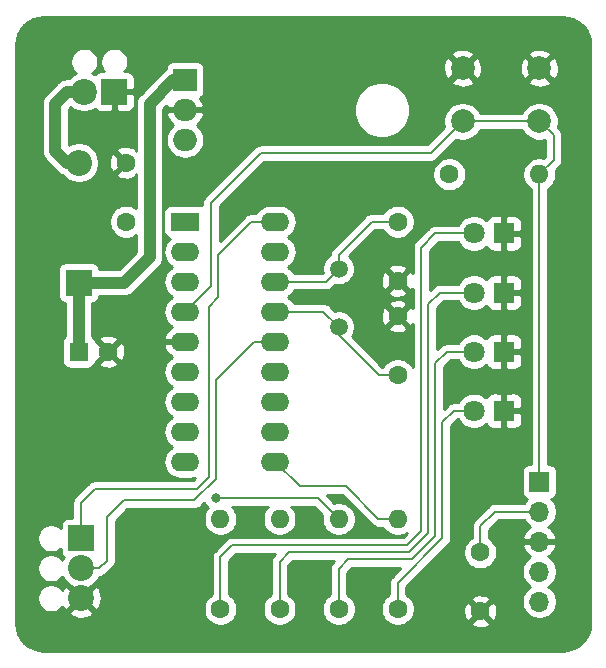
<source format=gbr>
%TF.GenerationSoftware,KiCad,Pcbnew,(5.1.9)-1*%
%TF.CreationDate,2021-08-22T04:22:43+05:30*%
%TF.ProjectId,G18_RECEIVER_laser_communication_system,4731385f-5245-4434-9549-5645525f6c61,rev?*%
%TF.SameCoordinates,Original*%
%TF.FileFunction,Copper,L1,Top*%
%TF.FilePolarity,Positive*%
%FSLAX46Y46*%
G04 Gerber Fmt 4.6, Leading zero omitted, Abs format (unit mm)*
G04 Created by KiCad (PCBNEW (5.1.9)-1) date 2021-08-22 04:22:43*
%MOMM*%
%LPD*%
G01*
G04 APERTURE LIST*
%TA.AperFunction,ComponentPad*%
%ADD10O,1.700000X1.700000*%
%TD*%
%TA.AperFunction,ComponentPad*%
%ADD11R,1.700000X1.700000*%
%TD*%
%TA.AperFunction,ComponentPad*%
%ADD12R,1.600000X1.600000*%
%TD*%
%TA.AperFunction,ComponentPad*%
%ADD13C,1.600000*%
%TD*%
%TA.AperFunction,ComponentPad*%
%ADD14R,2.200000X2.200000*%
%TD*%
%TA.AperFunction,ComponentPad*%
%ADD15O,2.200000X2.200000*%
%TD*%
%TA.AperFunction,ComponentPad*%
%ADD16R,1.800000X1.800000*%
%TD*%
%TA.AperFunction,ComponentPad*%
%ADD17C,1.800000*%
%TD*%
%TA.AperFunction,ComponentPad*%
%ADD18C,2.200000*%
%TD*%
%TA.AperFunction,ComponentPad*%
%ADD19O,1.600000X1.600000*%
%TD*%
%TA.AperFunction,ComponentPad*%
%ADD20C,2.000000*%
%TD*%
%TA.AperFunction,ComponentPad*%
%ADD21R,2.000000X1.905000*%
%TD*%
%TA.AperFunction,ComponentPad*%
%ADD22O,2.000000X1.905000*%
%TD*%
%TA.AperFunction,ComponentPad*%
%ADD23R,2.400000X1.600000*%
%TD*%
%TA.AperFunction,ComponentPad*%
%ADD24O,2.400000X1.600000*%
%TD*%
%TA.AperFunction,ComponentPad*%
%ADD25C,1.500000*%
%TD*%
%TA.AperFunction,ViaPad*%
%ADD26C,0.800000*%
%TD*%
%TA.AperFunction,Conductor*%
%ADD27C,1.000000*%
%TD*%
%TA.AperFunction,Conductor*%
%ADD28C,0.203200*%
%TD*%
%TA.AperFunction,Conductor*%
%ADD29C,0.254000*%
%TD*%
%TA.AperFunction,Conductor*%
%ADD30C,0.100000*%
%TD*%
G04 APERTURE END LIST*
D10*
%TO.P,ICSP,5*%
%TO.N,CLOCK*%
X161800000Y-110960000D03*
%TO.P,ICSP,4*%
%TO.N,DATA*%
X161800000Y-108420000D03*
%TO.P,ICSP,3*%
%TO.N,GND*%
X161800000Y-105880000D03*
%TO.P,ICSP,2*%
%TO.N,5V*%
X161800000Y-103340000D03*
D11*
%TO.P,ICSP,1*%
%TO.N,MCLR*%
X161800000Y-100800000D03*
%TD*%
D12*
%TO.P,C1,1*%
%TO.N,Net-(C1-Pad1)*%
X122800000Y-89800000D03*
D13*
%TO.P,C1,2*%
%TO.N,GND*%
X125300000Y-89800000D03*
%TD*%
%TO.P,C2,2*%
%TO.N,GND*%
X126800000Y-73800000D03*
%TO.P,C2,1*%
%TO.N,5V*%
X126800000Y-78800000D03*
%TD*%
%TO.P,C3,2*%
%TO.N,GND*%
X149800000Y-83800000D03*
%TO.P,C3,1*%
%TO.N,Net-(C3-Pad1)*%
X149800000Y-78800000D03*
%TD*%
%TO.P,C4,1*%
%TO.N,Net-(C4-Pad1)*%
X149800000Y-91800000D03*
%TO.P,C4,2*%
%TO.N,GND*%
X149800000Y-86800000D03*
%TD*%
%TO.P,C5,1*%
%TO.N,5V*%
X156800000Y-106800000D03*
%TO.P,C5,2*%
%TO.N,GND*%
X156800000Y-111800000D03*
%TD*%
D14*
%TO.P,D1,1*%
%TO.N,Net-(C1-Pad1)*%
X122800000Y-83960000D03*
D15*
%TO.P,D1,2*%
%TO.N,Net-(D1-Pad2)*%
X122800000Y-73800000D03*
%TD*%
D16*
%TO.P,BIT3,1*%
%TO.N,GND*%
X158800000Y-94800000D03*
D17*
%TO.P,BIT3,2*%
%TO.N,Net-(D2-Pad2)*%
X156260000Y-94800000D03*
%TD*%
%TO.P,BIT2,2*%
%TO.N,Net-(D3-Pad2)*%
X156260000Y-89800000D03*
D16*
%TO.P,BIT2,1*%
%TO.N,GND*%
X158800000Y-89800000D03*
%TD*%
%TO.P,BIT1,1*%
%TO.N,GND*%
X158800000Y-84800000D03*
D17*
%TO.P,BIT1,2*%
%TO.N,Net-(D4-Pad2)*%
X156260000Y-84800000D03*
%TD*%
%TO.P,BIT0,2*%
%TO.N,Net-(D5-Pad2)*%
X156260000Y-79800000D03*
D16*
%TO.P,BIT0,1*%
%TO.N,GND*%
X158800000Y-79800000D03*
%TD*%
D14*
%TO.P,J1,1*%
%TO.N,GND*%
X125800000Y-67800000D03*
D18*
%TO.P,J1,2*%
%TO.N,Net-(D1-Pad2)*%
X123260000Y-67800000D03*
%TD*%
D14*
%TO.P,J2,1*%
%TO.N,SENSOR*%
X123000000Y-105600000D03*
D18*
%TO.P,J2,2*%
%TO.N,5V*%
X123000000Y-108140000D03*
%TO.P,J2,3*%
%TO.N,GND*%
X123000000Y-110680000D03*
%TD*%
D13*
%TO.P,R1,1*%
%TO.N,5V*%
X154180000Y-74800000D03*
D19*
%TO.P,R1,2*%
%TO.N,MCLR*%
X161800000Y-74800000D03*
%TD*%
D13*
%TO.P,R2,1*%
%TO.N,Net-(D2-Pad2)*%
X149800000Y-111600000D03*
D19*
%TO.P,R2,2*%
%TO.N,BIT3*%
X149800000Y-103980000D03*
%TD*%
%TO.P,R3,2*%
%TO.N,BIT2*%
X144800000Y-103980000D03*
D13*
%TO.P,R3,1*%
%TO.N,Net-(D3-Pad2)*%
X144800000Y-111600000D03*
%TD*%
%TO.P,R4,1*%
%TO.N,Net-(D4-Pad2)*%
X139800000Y-111600000D03*
D19*
%TO.P,R4,2*%
%TO.N,BIT1*%
X139800000Y-103980000D03*
%TD*%
%TO.P,R5,2*%
%TO.N,BIT0*%
X134800000Y-103980000D03*
D13*
%TO.P,R5,1*%
%TO.N,Net-(D5-Pad2)*%
X134800000Y-111600000D03*
%TD*%
D20*
%TO.P,RESET,2*%
%TO.N,MCLR*%
X155300000Y-70300000D03*
%TO.P,RESET,1*%
%TO.N,GND*%
X155300000Y-65800000D03*
%TO.P,RESET,2*%
%TO.N,MCLR*%
X161800000Y-70300000D03*
%TO.P,RESET,1*%
%TO.N,GND*%
X161800000Y-65800000D03*
%TD*%
D21*
%TO.P,U1,1*%
%TO.N,Net-(C1-Pad1)*%
X131800000Y-66800000D03*
D22*
%TO.P,U1,2*%
%TO.N,GND*%
X131800000Y-69340000D03*
%TO.P,U1,3*%
%TO.N,5V*%
X131800000Y-71880000D03*
%TD*%
D23*
%TO.P,U2,1*%
%TO.N,Net-(U2-Pad1)*%
X131800000Y-78800000D03*
D24*
%TO.P,U2,10*%
%TO.N,BIT3*%
X139420000Y-99120000D03*
%TO.P,U2,2*%
%TO.N,Net-(U2-Pad2)*%
X131800000Y-81340000D03*
%TO.P,U2,11*%
%TO.N,Net-(U2-Pad11)*%
X139420000Y-96580000D03*
%TO.P,U2,3*%
%TO.N,Net-(U2-Pad3)*%
X131800000Y-83880000D03*
%TO.P,U2,12*%
%TO.N,CLOCK*%
X139420000Y-94040000D03*
%TO.P,U2,4*%
%TO.N,MCLR*%
X131800000Y-86420000D03*
%TO.P,U2,13*%
%TO.N,DATA*%
X139420000Y-91500000D03*
%TO.P,U2,5*%
%TO.N,GND*%
X131800000Y-88960000D03*
%TO.P,U2,14*%
%TO.N,5V*%
X139420000Y-88960000D03*
%TO.P,U2,6*%
%TO.N,Net-(U2-Pad6)*%
X131800000Y-91500000D03*
%TO.P,U2,15*%
%TO.N,Net-(C4-Pad1)*%
X139420000Y-86420000D03*
%TO.P,U2,7*%
%TO.N,BIT0*%
X131800000Y-94040000D03*
%TO.P,U2,16*%
%TO.N,Net-(C3-Pad1)*%
X139420000Y-83880000D03*
%TO.P,U2,8*%
%TO.N,BIT1*%
X131800000Y-96580000D03*
%TO.P,U2,17*%
%TO.N,Net-(U2-Pad17)*%
X139420000Y-81340000D03*
%TO.P,U2,9*%
%TO.N,BIT2*%
X131800000Y-99120000D03*
%TO.P,U2,18*%
%TO.N,SENSOR*%
X139420000Y-78800000D03*
%TD*%
D25*
%TO.P,Y1,1*%
%TO.N,Net-(C3-Pad1)*%
X144800000Y-82800000D03*
%TO.P,Y1,2*%
%TO.N,Net-(C4-Pad1)*%
X144800000Y-87700000D03*
%TD*%
D26*
%TO.N,BIT2*%
X134400000Y-102200000D03*
%TD*%
D27*
%TO.N,Net-(C1-Pad1)*%
X122800000Y-83960000D02*
X122800000Y-89800000D01*
X126640000Y-83960000D02*
X122800000Y-83960000D01*
X128800000Y-81800000D02*
X126640000Y-83960000D01*
X128800000Y-68800000D02*
X128800000Y-81800000D01*
X130800000Y-66800000D02*
X128800000Y-68800000D01*
X131800000Y-66800000D02*
X130800000Y-66800000D01*
D28*
%TO.N,5V*%
X161800000Y-103340000D02*
X158060000Y-103340000D01*
X156800000Y-104600000D02*
X156800000Y-106800000D01*
X158060000Y-103340000D02*
X156800000Y-104600000D01*
X139420000Y-88960000D02*
X137640000Y-88960000D01*
X137640000Y-88960000D02*
X134400000Y-92200000D01*
X134400000Y-92200000D02*
X134400000Y-100600000D01*
X134400000Y-100600000D02*
X132600000Y-102400000D01*
X132600000Y-102400000D02*
X126600000Y-102400000D01*
X126600000Y-102400000D02*
X125200000Y-103800000D01*
X124555634Y-108140000D02*
X123000000Y-108140000D01*
X125200000Y-107495634D02*
X124555634Y-108140000D01*
X125200000Y-103800000D02*
X125200000Y-107495634D01*
%TO.N,Net-(C3-Pad1)*%
X149800000Y-78800000D02*
X147600000Y-78800000D01*
X144800000Y-81600000D02*
X144800000Y-82800000D01*
X147600000Y-78800000D02*
X144800000Y-81600000D01*
X143720000Y-83880000D02*
X144800000Y-82800000D01*
X139420000Y-83880000D02*
X143720000Y-83880000D01*
%TO.N,Net-(C4-Pad1)*%
X149800000Y-91800000D02*
X148200000Y-91800000D01*
X144800000Y-88400000D02*
X144800000Y-87700000D01*
X148200000Y-91800000D02*
X144800000Y-88400000D01*
X143520000Y-86420000D02*
X144800000Y-87700000D01*
X139420000Y-86420000D02*
X143520000Y-86420000D01*
D27*
%TO.N,Net-(D1-Pad2)*%
X123260000Y-67800000D02*
X121800000Y-67800000D01*
X121800000Y-67800000D02*
X120800000Y-68800000D01*
X120800000Y-68800000D02*
X120800000Y-72800000D01*
X121800000Y-73800000D02*
X122800000Y-73800000D01*
X120800000Y-72800000D02*
X121800000Y-73800000D01*
D28*
%TO.N,Net-(D2-Pad2)*%
X154600000Y-94800000D02*
X156260000Y-94800000D01*
X153600000Y-95800000D02*
X154600000Y-94800000D01*
X153600000Y-105600000D02*
X153600000Y-95800000D01*
X149800000Y-109400000D02*
X153600000Y-105600000D01*
X149800000Y-111600000D02*
X149800000Y-109400000D01*
%TO.N,Net-(D3-Pad2)*%
X144800000Y-108200000D02*
X144800000Y-111600000D01*
X145600000Y-107400000D02*
X144800000Y-108200000D01*
X151000000Y-107400000D02*
X145600000Y-107400000D01*
X153000000Y-105400000D02*
X151000000Y-107400000D01*
X153000000Y-90800000D02*
X153000000Y-105400000D01*
X154000000Y-89800000D02*
X153000000Y-90800000D01*
X156260000Y-89800000D02*
X154000000Y-89800000D01*
%TO.N,Net-(D4-Pad2)*%
X139800000Y-107600000D02*
X139800000Y-111600000D01*
X140600000Y-106800000D02*
X139800000Y-107600000D01*
X150800000Y-106800000D02*
X140600000Y-106800000D01*
X152400000Y-105200000D02*
X150800000Y-106800000D01*
X152400000Y-85800000D02*
X152400000Y-105200000D01*
X153400000Y-84800000D02*
X152400000Y-85800000D01*
X156260000Y-84800000D02*
X153400000Y-84800000D01*
%TO.N,Net-(D5-Pad2)*%
X134800000Y-107200000D02*
X134800000Y-111600000D01*
X135800000Y-106200000D02*
X134800000Y-107200000D01*
X150600000Y-106200000D02*
X135800000Y-106200000D01*
X151800000Y-105000000D02*
X150600000Y-106200000D01*
X151800000Y-81000000D02*
X151800000Y-105000000D01*
X153000000Y-79800000D02*
X151800000Y-81000000D01*
X156260000Y-79800000D02*
X153000000Y-79800000D01*
%TO.N,SENSOR*%
X123000000Y-102600000D02*
X123000000Y-105600000D01*
X133800000Y-100400000D02*
X132800000Y-101400000D01*
X124200000Y-101400000D02*
X123000000Y-102600000D01*
X132800000Y-101400000D02*
X124200000Y-101400000D01*
X133800000Y-86000000D02*
X133800000Y-100400000D01*
X134600000Y-85200000D02*
X133800000Y-86000000D01*
X134600000Y-81600000D02*
X134600000Y-85200000D01*
X137400000Y-78800000D02*
X134600000Y-81600000D01*
X139420000Y-78800000D02*
X137400000Y-78800000D01*
%TO.N,MCLR*%
X155300000Y-70300000D02*
X161800000Y-70300000D01*
X161800000Y-70300000D02*
X163000000Y-71500000D01*
X163000000Y-73600000D02*
X161800000Y-74800000D01*
X163000000Y-71500000D02*
X163000000Y-73600000D01*
X155300000Y-70300000D02*
X152600000Y-73000000D01*
X152600000Y-73000000D02*
X138200000Y-73000000D01*
X138200000Y-73000000D02*
X134000000Y-77200000D01*
X134000000Y-84220000D02*
X131800000Y-86420000D01*
X134000000Y-77200000D02*
X134000000Y-84220000D01*
X161800000Y-74800000D02*
X161800000Y-100800000D01*
%TO.N,BIT3*%
X149800000Y-103980000D02*
X148180000Y-103980000D01*
X148180000Y-103980000D02*
X145400000Y-101200000D01*
X141500000Y-101200000D02*
X139420000Y-99120000D01*
X145400000Y-101200000D02*
X141500000Y-101200000D01*
%TO.N,BIT2*%
X143020000Y-102200000D02*
X144800000Y-103980000D01*
X134400000Y-102200000D02*
X143020000Y-102200000D01*
%TD*%
D29*
%TO.N,GND*%
X164249016Y-61532312D02*
X164680930Y-61662714D01*
X165079285Y-61874524D01*
X165428914Y-62159675D01*
X165716497Y-62507303D01*
X165931086Y-62904177D01*
X166064498Y-63335161D01*
X166115000Y-63815654D01*
X166115001Y-112766485D01*
X166067688Y-113249016D01*
X165937287Y-113680927D01*
X165725480Y-114079280D01*
X165440325Y-114428914D01*
X165092697Y-114716497D01*
X164695825Y-114931085D01*
X164264834Y-115064500D01*
X163784346Y-115115000D01*
X119833504Y-115115000D01*
X119350984Y-115067688D01*
X118919073Y-114937287D01*
X118520720Y-114725480D01*
X118171086Y-114440325D01*
X117883503Y-114092697D01*
X117668915Y-113695825D01*
X117535500Y-113264834D01*
X117485000Y-112784346D01*
X117485000Y-111886712D01*
X121972893Y-111886712D01*
X122080726Y-112161338D01*
X122387384Y-112312216D01*
X122717585Y-112400369D01*
X123058639Y-112422409D01*
X123397439Y-112377489D01*
X123720966Y-112267336D01*
X123919274Y-112161338D01*
X124027107Y-111886712D01*
X123000000Y-110859605D01*
X121972893Y-111886712D01*
X117485000Y-111886712D01*
X117485000Y-110563288D01*
X119275000Y-110563288D01*
X119275000Y-110796712D01*
X119320539Y-111025652D01*
X119409866Y-111241308D01*
X119539550Y-111435394D01*
X119704606Y-111600450D01*
X119898692Y-111730134D01*
X120114348Y-111819461D01*
X120343288Y-111865000D01*
X120576712Y-111865000D01*
X120805652Y-111819461D01*
X121021308Y-111730134D01*
X121215394Y-111600450D01*
X121380450Y-111435394D01*
X121409555Y-111391835D01*
X121412664Y-111400966D01*
X121518662Y-111599274D01*
X121793288Y-111707107D01*
X122820395Y-110680000D01*
X123179605Y-110680000D01*
X124206712Y-111707107D01*
X124481338Y-111599274D01*
X124632216Y-111292616D01*
X124720369Y-110962415D01*
X124742409Y-110621361D01*
X124697489Y-110282561D01*
X124587336Y-109959034D01*
X124481338Y-109760726D01*
X124206712Y-109652893D01*
X123179605Y-110680000D01*
X122820395Y-110680000D01*
X121793288Y-109652893D01*
X121518662Y-109760726D01*
X121413613Y-109974238D01*
X121380450Y-109924606D01*
X121215394Y-109759550D01*
X121021308Y-109629866D01*
X120805652Y-109540539D01*
X120576712Y-109495000D01*
X120343288Y-109495000D01*
X120114348Y-109540539D01*
X119898692Y-109629866D01*
X119704606Y-109759550D01*
X119539550Y-109924606D01*
X119409866Y-110118692D01*
X119320539Y-110334348D01*
X119275000Y-110563288D01*
X117485000Y-110563288D01*
X117485000Y-105483288D01*
X119275000Y-105483288D01*
X119275000Y-105716712D01*
X119320539Y-105945652D01*
X119409866Y-106161308D01*
X119539550Y-106355394D01*
X119704606Y-106520450D01*
X119898692Y-106650134D01*
X120114348Y-106739461D01*
X120343288Y-106785000D01*
X120576712Y-106785000D01*
X120805652Y-106739461D01*
X121021308Y-106650134D01*
X121215394Y-106520450D01*
X121261928Y-106473916D01*
X121261928Y-106700000D01*
X121274188Y-106824482D01*
X121310498Y-106944180D01*
X121369463Y-107054494D01*
X121448815Y-107151185D01*
X121529690Y-107217557D01*
X121462463Y-107318169D01*
X121414090Y-107434952D01*
X121380450Y-107384606D01*
X121215394Y-107219550D01*
X121021308Y-107089866D01*
X120805652Y-107000539D01*
X120576712Y-106955000D01*
X120343288Y-106955000D01*
X120114348Y-107000539D01*
X119898692Y-107089866D01*
X119704606Y-107219550D01*
X119539550Y-107384606D01*
X119409866Y-107578692D01*
X119320539Y-107794348D01*
X119275000Y-108023288D01*
X119275000Y-108256712D01*
X119320539Y-108485652D01*
X119409866Y-108701308D01*
X119539550Y-108895394D01*
X119704606Y-109060450D01*
X119898692Y-109190134D01*
X120114348Y-109279461D01*
X120343288Y-109325000D01*
X120576712Y-109325000D01*
X120805652Y-109279461D01*
X121021308Y-109190134D01*
X121215394Y-109060450D01*
X121380450Y-108895394D01*
X121414090Y-108845048D01*
X121462463Y-108961831D01*
X121652337Y-109245998D01*
X121894002Y-109487663D01*
X122175074Y-109675469D01*
X123000000Y-110500395D01*
X123824926Y-109675469D01*
X124105998Y-109487663D01*
X124347663Y-109245998D01*
X124537537Y-108961831D01*
X124572034Y-108878549D01*
X124591817Y-108876600D01*
X124591820Y-108876600D01*
X124700033Y-108865942D01*
X124838883Y-108823822D01*
X124966847Y-108755424D01*
X125079009Y-108663375D01*
X125102079Y-108635264D01*
X125695269Y-108042075D01*
X125723375Y-108019009D01*
X125815424Y-107906847D01*
X125883822Y-107778883D01*
X125925942Y-107640033D01*
X125936600Y-107531820D01*
X125936600Y-107531811D01*
X125940163Y-107495635D01*
X125936600Y-107459459D01*
X125936600Y-104105109D01*
X126905110Y-103136600D01*
X132563817Y-103136600D01*
X132600000Y-103140164D01*
X132636183Y-103136600D01*
X132636186Y-103136600D01*
X132744399Y-103125942D01*
X132883249Y-103083822D01*
X133011213Y-103015424D01*
X133123375Y-102923375D01*
X133146446Y-102895263D01*
X133444326Y-102597383D01*
X133482795Y-102690256D01*
X133596063Y-102859774D01*
X133740226Y-103003937D01*
X133744087Y-103006517D01*
X133685363Y-103065241D01*
X133528320Y-103300273D01*
X133420147Y-103561426D01*
X133365000Y-103838665D01*
X133365000Y-104121335D01*
X133420147Y-104398574D01*
X133528320Y-104659727D01*
X133685363Y-104894759D01*
X133885241Y-105094637D01*
X134120273Y-105251680D01*
X134381426Y-105359853D01*
X134658665Y-105415000D01*
X134941335Y-105415000D01*
X135218574Y-105359853D01*
X135479727Y-105251680D01*
X135714759Y-105094637D01*
X135914637Y-104894759D01*
X136071680Y-104659727D01*
X136179853Y-104398574D01*
X136235000Y-104121335D01*
X136235000Y-103838665D01*
X136179853Y-103561426D01*
X136071680Y-103300273D01*
X135914637Y-103065241D01*
X135785996Y-102936600D01*
X138814004Y-102936600D01*
X138685363Y-103065241D01*
X138528320Y-103300273D01*
X138420147Y-103561426D01*
X138365000Y-103838665D01*
X138365000Y-104121335D01*
X138420147Y-104398574D01*
X138528320Y-104659727D01*
X138685363Y-104894759D01*
X138885241Y-105094637D01*
X139120273Y-105251680D01*
X139381426Y-105359853D01*
X139658665Y-105415000D01*
X139941335Y-105415000D01*
X140218574Y-105359853D01*
X140479727Y-105251680D01*
X140714759Y-105094637D01*
X140914637Y-104894759D01*
X141071680Y-104659727D01*
X141179853Y-104398574D01*
X141235000Y-104121335D01*
X141235000Y-103838665D01*
X141179853Y-103561426D01*
X141071680Y-103300273D01*
X140914637Y-103065241D01*
X140785996Y-102936600D01*
X142714891Y-102936600D01*
X143406803Y-103628512D01*
X143365000Y-103838665D01*
X143365000Y-104121335D01*
X143420147Y-104398574D01*
X143528320Y-104659727D01*
X143685363Y-104894759D01*
X143885241Y-105094637D01*
X144120273Y-105251680D01*
X144381426Y-105359853D01*
X144658665Y-105415000D01*
X144941335Y-105415000D01*
X145218574Y-105359853D01*
X145479727Y-105251680D01*
X145714759Y-105094637D01*
X145914637Y-104894759D01*
X146071680Y-104659727D01*
X146179853Y-104398574D01*
X146235000Y-104121335D01*
X146235000Y-103838665D01*
X146179853Y-103561426D01*
X146071680Y-103300273D01*
X145914637Y-103065241D01*
X145714759Y-102865363D01*
X145479727Y-102708320D01*
X145218574Y-102600147D01*
X144941335Y-102545000D01*
X144658665Y-102545000D01*
X144448512Y-102586803D01*
X143798309Y-101936600D01*
X145094891Y-101936600D01*
X147633559Y-104475269D01*
X147656625Y-104503375D01*
X147684731Y-104526441D01*
X147684732Y-104526442D01*
X147713274Y-104549866D01*
X147768787Y-104595424D01*
X147896751Y-104663822D01*
X148035598Y-104705941D01*
X148035601Y-104705942D01*
X148180000Y-104720164D01*
X148216186Y-104716600D01*
X148566321Y-104716600D01*
X148685363Y-104894759D01*
X148885241Y-105094637D01*
X149120273Y-105251680D01*
X149381426Y-105359853D01*
X149658665Y-105415000D01*
X149941335Y-105415000D01*
X150218574Y-105359853D01*
X150479727Y-105251680D01*
X150560745Y-105197546D01*
X150294891Y-105463400D01*
X135836186Y-105463400D01*
X135800000Y-105459836D01*
X135763814Y-105463400D01*
X135655601Y-105474058D01*
X135516751Y-105516178D01*
X135388787Y-105584576D01*
X135276625Y-105676625D01*
X135253559Y-105704731D01*
X134304732Y-106653559D01*
X134276625Y-106676626D01*
X134253559Y-106704732D01*
X134253558Y-106704733D01*
X134200247Y-106769693D01*
X134184576Y-106788788D01*
X134116178Y-106916752D01*
X134074058Y-107055602D01*
X134064644Y-107151185D01*
X134059836Y-107200000D01*
X134063400Y-107236183D01*
X134063401Y-110366321D01*
X133885241Y-110485363D01*
X133685363Y-110685241D01*
X133528320Y-110920273D01*
X133420147Y-111181426D01*
X133365000Y-111458665D01*
X133365000Y-111741335D01*
X133420147Y-112018574D01*
X133528320Y-112279727D01*
X133685363Y-112514759D01*
X133885241Y-112714637D01*
X134120273Y-112871680D01*
X134381426Y-112979853D01*
X134658665Y-113035000D01*
X134941335Y-113035000D01*
X135218574Y-112979853D01*
X135479727Y-112871680D01*
X135714759Y-112714637D01*
X135914637Y-112514759D01*
X136071680Y-112279727D01*
X136179853Y-112018574D01*
X136235000Y-111741335D01*
X136235000Y-111458665D01*
X136179853Y-111181426D01*
X136071680Y-110920273D01*
X135914637Y-110685241D01*
X135714759Y-110485363D01*
X135536600Y-110366321D01*
X135536600Y-107505109D01*
X136105110Y-106936600D01*
X139421691Y-106936600D01*
X139304732Y-107053559D01*
X139276625Y-107076626D01*
X139253559Y-107104732D01*
X139253558Y-107104733D01*
X139215436Y-107151185D01*
X139184576Y-107188788D01*
X139116178Y-107316752D01*
X139074058Y-107455602D01*
X139063400Y-107563814D01*
X139059836Y-107600000D01*
X139063400Y-107636183D01*
X139063401Y-110366321D01*
X138885241Y-110485363D01*
X138685363Y-110685241D01*
X138528320Y-110920273D01*
X138420147Y-111181426D01*
X138365000Y-111458665D01*
X138365000Y-111741335D01*
X138420147Y-112018574D01*
X138528320Y-112279727D01*
X138685363Y-112514759D01*
X138885241Y-112714637D01*
X139120273Y-112871680D01*
X139381426Y-112979853D01*
X139658665Y-113035000D01*
X139941335Y-113035000D01*
X140218574Y-112979853D01*
X140479727Y-112871680D01*
X140714759Y-112714637D01*
X140914637Y-112514759D01*
X141071680Y-112279727D01*
X141179853Y-112018574D01*
X141235000Y-111741335D01*
X141235000Y-111458665D01*
X141179853Y-111181426D01*
X141071680Y-110920273D01*
X140914637Y-110685241D01*
X140714759Y-110485363D01*
X140536600Y-110366321D01*
X140536600Y-107905109D01*
X140905110Y-107536600D01*
X144421691Y-107536600D01*
X144304732Y-107653559D01*
X144276625Y-107676626D01*
X144253559Y-107704732D01*
X144253558Y-107704733D01*
X144233817Y-107728788D01*
X144184576Y-107788788D01*
X144116178Y-107916752D01*
X144074058Y-108055602D01*
X144065111Y-108146442D01*
X144059836Y-108200000D01*
X144063400Y-108236183D01*
X144063401Y-110366321D01*
X143885241Y-110485363D01*
X143685363Y-110685241D01*
X143528320Y-110920273D01*
X143420147Y-111181426D01*
X143365000Y-111458665D01*
X143365000Y-111741335D01*
X143420147Y-112018574D01*
X143528320Y-112279727D01*
X143685363Y-112514759D01*
X143885241Y-112714637D01*
X144120273Y-112871680D01*
X144381426Y-112979853D01*
X144658665Y-113035000D01*
X144941335Y-113035000D01*
X145218574Y-112979853D01*
X145479727Y-112871680D01*
X145714759Y-112714637D01*
X145914637Y-112514759D01*
X146071680Y-112279727D01*
X146179853Y-112018574D01*
X146235000Y-111741335D01*
X146235000Y-111458665D01*
X146179853Y-111181426D01*
X146071680Y-110920273D01*
X145914637Y-110685241D01*
X145714759Y-110485363D01*
X145536600Y-110366321D01*
X145536600Y-108505109D01*
X145905110Y-108136600D01*
X150021691Y-108136600D01*
X149304732Y-108853559D01*
X149276626Y-108876625D01*
X149253560Y-108904731D01*
X149253558Y-108904733D01*
X149184576Y-108988788D01*
X149116178Y-109116753D01*
X149074059Y-109255602D01*
X149059836Y-109400000D01*
X149063401Y-109436193D01*
X149063401Y-110366321D01*
X148885241Y-110485363D01*
X148685363Y-110685241D01*
X148528320Y-110920273D01*
X148420147Y-111181426D01*
X148365000Y-111458665D01*
X148365000Y-111741335D01*
X148420147Y-112018574D01*
X148528320Y-112279727D01*
X148685363Y-112514759D01*
X148885241Y-112714637D01*
X149120273Y-112871680D01*
X149381426Y-112979853D01*
X149658665Y-113035000D01*
X149941335Y-113035000D01*
X150218574Y-112979853D01*
X150479727Y-112871680D01*
X150597926Y-112792702D01*
X155986903Y-112792702D01*
X156058486Y-113036671D01*
X156313996Y-113157571D01*
X156588184Y-113226300D01*
X156870512Y-113240217D01*
X157150130Y-113198787D01*
X157416292Y-113103603D01*
X157541514Y-113036671D01*
X157613097Y-112792702D01*
X156800000Y-111979605D01*
X155986903Y-112792702D01*
X150597926Y-112792702D01*
X150714759Y-112714637D01*
X150914637Y-112514759D01*
X151071680Y-112279727D01*
X151179853Y-112018574D01*
X151209304Y-111870512D01*
X155359783Y-111870512D01*
X155401213Y-112150130D01*
X155496397Y-112416292D01*
X155563329Y-112541514D01*
X155807298Y-112613097D01*
X156620395Y-111800000D01*
X156979605Y-111800000D01*
X157792702Y-112613097D01*
X158036671Y-112541514D01*
X158157571Y-112286004D01*
X158226300Y-112011816D01*
X158240217Y-111729488D01*
X158198787Y-111449870D01*
X158103603Y-111183708D01*
X158036671Y-111058486D01*
X157792702Y-110986903D01*
X156979605Y-111800000D01*
X156620395Y-111800000D01*
X155807298Y-110986903D01*
X155563329Y-111058486D01*
X155442429Y-111313996D01*
X155373700Y-111588184D01*
X155359783Y-111870512D01*
X151209304Y-111870512D01*
X151235000Y-111741335D01*
X151235000Y-111458665D01*
X151179853Y-111181426D01*
X151071680Y-110920273D01*
X150996193Y-110807298D01*
X155986903Y-110807298D01*
X156800000Y-111620395D01*
X157613097Y-110807298D01*
X157541514Y-110563329D01*
X157286004Y-110442429D01*
X157011816Y-110373700D01*
X156729488Y-110359783D01*
X156449870Y-110401213D01*
X156183708Y-110496397D01*
X156058486Y-110563329D01*
X155986903Y-110807298D01*
X150996193Y-110807298D01*
X150914637Y-110685241D01*
X150714759Y-110485363D01*
X150536600Y-110366321D01*
X150536600Y-109705109D01*
X151967969Y-108273740D01*
X160315000Y-108273740D01*
X160315000Y-108566260D01*
X160372068Y-108853158D01*
X160484010Y-109123411D01*
X160646525Y-109366632D01*
X160853368Y-109573475D01*
X161027760Y-109690000D01*
X160853368Y-109806525D01*
X160646525Y-110013368D01*
X160484010Y-110256589D01*
X160372068Y-110526842D01*
X160315000Y-110813740D01*
X160315000Y-111106260D01*
X160372068Y-111393158D01*
X160484010Y-111663411D01*
X160646525Y-111906632D01*
X160853368Y-112113475D01*
X161096589Y-112275990D01*
X161366842Y-112387932D01*
X161653740Y-112445000D01*
X161946260Y-112445000D01*
X162233158Y-112387932D01*
X162503411Y-112275990D01*
X162746632Y-112113475D01*
X162953475Y-111906632D01*
X163115990Y-111663411D01*
X163227932Y-111393158D01*
X163285000Y-111106260D01*
X163285000Y-110813740D01*
X163227932Y-110526842D01*
X163115990Y-110256589D01*
X162953475Y-110013368D01*
X162746632Y-109806525D01*
X162572240Y-109690000D01*
X162746632Y-109573475D01*
X162953475Y-109366632D01*
X163115990Y-109123411D01*
X163227932Y-108853158D01*
X163285000Y-108566260D01*
X163285000Y-108273740D01*
X163227932Y-107986842D01*
X163115990Y-107716589D01*
X162953475Y-107473368D01*
X162746632Y-107266525D01*
X162564466Y-107144805D01*
X162681355Y-107075178D01*
X162897588Y-106880269D01*
X163071641Y-106646920D01*
X163196825Y-106384099D01*
X163241476Y-106236890D01*
X163120155Y-106007000D01*
X161927000Y-106007000D01*
X161927000Y-106027000D01*
X161673000Y-106027000D01*
X161673000Y-106007000D01*
X160479845Y-106007000D01*
X160358524Y-106236890D01*
X160403175Y-106384099D01*
X160528359Y-106646920D01*
X160702412Y-106880269D01*
X160918645Y-107075178D01*
X161035534Y-107144805D01*
X160853368Y-107266525D01*
X160646525Y-107473368D01*
X160484010Y-107716589D01*
X160372068Y-107986842D01*
X160315000Y-108273740D01*
X151967969Y-108273740D01*
X154095273Y-106146437D01*
X154123374Y-106123375D01*
X154146437Y-106095273D01*
X154146442Y-106095268D01*
X154215424Y-106011213D01*
X154262374Y-105923375D01*
X154283822Y-105883249D01*
X154325942Y-105744399D01*
X154336600Y-105636186D01*
X154336600Y-105636185D01*
X154340164Y-105600000D01*
X154336600Y-105563814D01*
X154336600Y-96105109D01*
X154905110Y-95536600D01*
X154906052Y-95536600D01*
X155067688Y-95778505D01*
X155281495Y-95992312D01*
X155532905Y-96160299D01*
X155812257Y-96276011D01*
X156108816Y-96335000D01*
X156411184Y-96335000D01*
X156707743Y-96276011D01*
X156987095Y-96160299D01*
X157238505Y-95992312D01*
X157304944Y-95925873D01*
X157310498Y-95944180D01*
X157369463Y-96054494D01*
X157448815Y-96151185D01*
X157545506Y-96230537D01*
X157655820Y-96289502D01*
X157775518Y-96325812D01*
X157900000Y-96338072D01*
X158514250Y-96335000D01*
X158673000Y-96176250D01*
X158673000Y-94927000D01*
X158927000Y-94927000D01*
X158927000Y-96176250D01*
X159085750Y-96335000D01*
X159700000Y-96338072D01*
X159824482Y-96325812D01*
X159944180Y-96289502D01*
X160054494Y-96230537D01*
X160151185Y-96151185D01*
X160230537Y-96054494D01*
X160289502Y-95944180D01*
X160325812Y-95824482D01*
X160338072Y-95700000D01*
X160335000Y-95085750D01*
X160176250Y-94927000D01*
X158927000Y-94927000D01*
X158673000Y-94927000D01*
X158653000Y-94927000D01*
X158653000Y-94673000D01*
X158673000Y-94673000D01*
X158673000Y-93423750D01*
X158927000Y-93423750D01*
X158927000Y-94673000D01*
X160176250Y-94673000D01*
X160335000Y-94514250D01*
X160338072Y-93900000D01*
X160325812Y-93775518D01*
X160289502Y-93655820D01*
X160230537Y-93545506D01*
X160151185Y-93448815D01*
X160054494Y-93369463D01*
X159944180Y-93310498D01*
X159824482Y-93274188D01*
X159700000Y-93261928D01*
X159085750Y-93265000D01*
X158927000Y-93423750D01*
X158673000Y-93423750D01*
X158514250Y-93265000D01*
X157900000Y-93261928D01*
X157775518Y-93274188D01*
X157655820Y-93310498D01*
X157545506Y-93369463D01*
X157448815Y-93448815D01*
X157369463Y-93545506D01*
X157310498Y-93655820D01*
X157304944Y-93674127D01*
X157238505Y-93607688D01*
X156987095Y-93439701D01*
X156707743Y-93323989D01*
X156411184Y-93265000D01*
X156108816Y-93265000D01*
X155812257Y-93323989D01*
X155532905Y-93439701D01*
X155281495Y-93607688D01*
X155067688Y-93821495D01*
X154906052Y-94063400D01*
X154636186Y-94063400D01*
X154600000Y-94059836D01*
X154563814Y-94063400D01*
X154455601Y-94074058D01*
X154316751Y-94116178D01*
X154188787Y-94184576D01*
X154076625Y-94276625D01*
X154053559Y-94304731D01*
X153736600Y-94621690D01*
X153736600Y-91105109D01*
X154305110Y-90536600D01*
X154906052Y-90536600D01*
X155067688Y-90778505D01*
X155281495Y-90992312D01*
X155532905Y-91160299D01*
X155812257Y-91276011D01*
X156108816Y-91335000D01*
X156411184Y-91335000D01*
X156707743Y-91276011D01*
X156987095Y-91160299D01*
X157238505Y-90992312D01*
X157304944Y-90925873D01*
X157310498Y-90944180D01*
X157369463Y-91054494D01*
X157448815Y-91151185D01*
X157545506Y-91230537D01*
X157655820Y-91289502D01*
X157775518Y-91325812D01*
X157900000Y-91338072D01*
X158514250Y-91335000D01*
X158673000Y-91176250D01*
X158673000Y-89927000D01*
X158927000Y-89927000D01*
X158927000Y-91176250D01*
X159085750Y-91335000D01*
X159700000Y-91338072D01*
X159824482Y-91325812D01*
X159944180Y-91289502D01*
X160054494Y-91230537D01*
X160151185Y-91151185D01*
X160230537Y-91054494D01*
X160289502Y-90944180D01*
X160325812Y-90824482D01*
X160338072Y-90700000D01*
X160335000Y-90085750D01*
X160176250Y-89927000D01*
X158927000Y-89927000D01*
X158673000Y-89927000D01*
X158653000Y-89927000D01*
X158653000Y-89673000D01*
X158673000Y-89673000D01*
X158673000Y-88423750D01*
X158927000Y-88423750D01*
X158927000Y-89673000D01*
X160176250Y-89673000D01*
X160335000Y-89514250D01*
X160338072Y-88900000D01*
X160325812Y-88775518D01*
X160289502Y-88655820D01*
X160230537Y-88545506D01*
X160151185Y-88448815D01*
X160054494Y-88369463D01*
X159944180Y-88310498D01*
X159824482Y-88274188D01*
X159700000Y-88261928D01*
X159085750Y-88265000D01*
X158927000Y-88423750D01*
X158673000Y-88423750D01*
X158514250Y-88265000D01*
X157900000Y-88261928D01*
X157775518Y-88274188D01*
X157655820Y-88310498D01*
X157545506Y-88369463D01*
X157448815Y-88448815D01*
X157369463Y-88545506D01*
X157310498Y-88655820D01*
X157304944Y-88674127D01*
X157238505Y-88607688D01*
X156987095Y-88439701D01*
X156707743Y-88323989D01*
X156411184Y-88265000D01*
X156108816Y-88265000D01*
X155812257Y-88323989D01*
X155532905Y-88439701D01*
X155281495Y-88607688D01*
X155067688Y-88821495D01*
X154906052Y-89063400D01*
X154036186Y-89063400D01*
X154000000Y-89059836D01*
X153963814Y-89063400D01*
X153855601Y-89074058D01*
X153716751Y-89116178D01*
X153590411Y-89183708D01*
X153588787Y-89184576D01*
X153519658Y-89241309D01*
X153476625Y-89276625D01*
X153453559Y-89304731D01*
X153136600Y-89621690D01*
X153136600Y-86105109D01*
X153705110Y-85536600D01*
X154906052Y-85536600D01*
X155067688Y-85778505D01*
X155281495Y-85992312D01*
X155532905Y-86160299D01*
X155812257Y-86276011D01*
X156108816Y-86335000D01*
X156411184Y-86335000D01*
X156707743Y-86276011D01*
X156987095Y-86160299D01*
X157238505Y-85992312D01*
X157304944Y-85925873D01*
X157310498Y-85944180D01*
X157369463Y-86054494D01*
X157448815Y-86151185D01*
X157545506Y-86230537D01*
X157655820Y-86289502D01*
X157775518Y-86325812D01*
X157900000Y-86338072D01*
X158514250Y-86335000D01*
X158673000Y-86176250D01*
X158673000Y-84927000D01*
X158927000Y-84927000D01*
X158927000Y-86176250D01*
X159085750Y-86335000D01*
X159700000Y-86338072D01*
X159824482Y-86325812D01*
X159944180Y-86289502D01*
X160054494Y-86230537D01*
X160151185Y-86151185D01*
X160230537Y-86054494D01*
X160289502Y-85944180D01*
X160325812Y-85824482D01*
X160338072Y-85700000D01*
X160335000Y-85085750D01*
X160176250Y-84927000D01*
X158927000Y-84927000D01*
X158673000Y-84927000D01*
X158653000Y-84927000D01*
X158653000Y-84673000D01*
X158673000Y-84673000D01*
X158673000Y-83423750D01*
X158927000Y-83423750D01*
X158927000Y-84673000D01*
X160176250Y-84673000D01*
X160335000Y-84514250D01*
X160338072Y-83900000D01*
X160325812Y-83775518D01*
X160289502Y-83655820D01*
X160230537Y-83545506D01*
X160151185Y-83448815D01*
X160054494Y-83369463D01*
X159944180Y-83310498D01*
X159824482Y-83274188D01*
X159700000Y-83261928D01*
X159085750Y-83265000D01*
X158927000Y-83423750D01*
X158673000Y-83423750D01*
X158514250Y-83265000D01*
X157900000Y-83261928D01*
X157775518Y-83274188D01*
X157655820Y-83310498D01*
X157545506Y-83369463D01*
X157448815Y-83448815D01*
X157369463Y-83545506D01*
X157310498Y-83655820D01*
X157304944Y-83674127D01*
X157238505Y-83607688D01*
X156987095Y-83439701D01*
X156707743Y-83323989D01*
X156411184Y-83265000D01*
X156108816Y-83265000D01*
X155812257Y-83323989D01*
X155532905Y-83439701D01*
X155281495Y-83607688D01*
X155067688Y-83821495D01*
X154906052Y-84063400D01*
X153436186Y-84063400D01*
X153400000Y-84059836D01*
X153363814Y-84063400D01*
X153255601Y-84074058D01*
X153116751Y-84116178D01*
X152988787Y-84184576D01*
X152876625Y-84276625D01*
X152853559Y-84304731D01*
X152536600Y-84621690D01*
X152536600Y-81305109D01*
X153305110Y-80536600D01*
X154906052Y-80536600D01*
X155067688Y-80778505D01*
X155281495Y-80992312D01*
X155532905Y-81160299D01*
X155812257Y-81276011D01*
X156108816Y-81335000D01*
X156411184Y-81335000D01*
X156707743Y-81276011D01*
X156987095Y-81160299D01*
X157238505Y-80992312D01*
X157304944Y-80925873D01*
X157310498Y-80944180D01*
X157369463Y-81054494D01*
X157448815Y-81151185D01*
X157545506Y-81230537D01*
X157655820Y-81289502D01*
X157775518Y-81325812D01*
X157900000Y-81338072D01*
X158514250Y-81335000D01*
X158673000Y-81176250D01*
X158673000Y-79927000D01*
X158927000Y-79927000D01*
X158927000Y-81176250D01*
X159085750Y-81335000D01*
X159700000Y-81338072D01*
X159824482Y-81325812D01*
X159944180Y-81289502D01*
X160054494Y-81230537D01*
X160151185Y-81151185D01*
X160230537Y-81054494D01*
X160289502Y-80944180D01*
X160325812Y-80824482D01*
X160338072Y-80700000D01*
X160335000Y-80085750D01*
X160176250Y-79927000D01*
X158927000Y-79927000D01*
X158673000Y-79927000D01*
X158653000Y-79927000D01*
X158653000Y-79673000D01*
X158673000Y-79673000D01*
X158673000Y-78423750D01*
X158927000Y-78423750D01*
X158927000Y-79673000D01*
X160176250Y-79673000D01*
X160335000Y-79514250D01*
X160338072Y-78900000D01*
X160325812Y-78775518D01*
X160289502Y-78655820D01*
X160230537Y-78545506D01*
X160151185Y-78448815D01*
X160054494Y-78369463D01*
X159944180Y-78310498D01*
X159824482Y-78274188D01*
X159700000Y-78261928D01*
X159085750Y-78265000D01*
X158927000Y-78423750D01*
X158673000Y-78423750D01*
X158514250Y-78265000D01*
X157900000Y-78261928D01*
X157775518Y-78274188D01*
X157655820Y-78310498D01*
X157545506Y-78369463D01*
X157448815Y-78448815D01*
X157369463Y-78545506D01*
X157310498Y-78655820D01*
X157304944Y-78674127D01*
X157238505Y-78607688D01*
X156987095Y-78439701D01*
X156707743Y-78323989D01*
X156411184Y-78265000D01*
X156108816Y-78265000D01*
X155812257Y-78323989D01*
X155532905Y-78439701D01*
X155281495Y-78607688D01*
X155067688Y-78821495D01*
X154906052Y-79063400D01*
X153036175Y-79063400D01*
X152999999Y-79059837D01*
X152963823Y-79063400D01*
X152963814Y-79063400D01*
X152855601Y-79074058D01*
X152716751Y-79116178D01*
X152588787Y-79184576D01*
X152476625Y-79276625D01*
X152453559Y-79304731D01*
X151304732Y-80453559D01*
X151276625Y-80476626D01*
X151253559Y-80504732D01*
X151253558Y-80504733D01*
X151225519Y-80538899D01*
X151184576Y-80588788D01*
X151116178Y-80716752D01*
X151074058Y-80855602D01*
X151068092Y-80916178D01*
X151059836Y-81000000D01*
X151063400Y-81036183D01*
X151063400Y-83108493D01*
X151036671Y-83058486D01*
X150792702Y-82986903D01*
X149979605Y-83800000D01*
X150792702Y-84613097D01*
X151036671Y-84541514D01*
X151063400Y-84485025D01*
X151063400Y-86108493D01*
X151036671Y-86058486D01*
X150792702Y-85986903D01*
X149979605Y-86800000D01*
X150792702Y-87613097D01*
X151036671Y-87541514D01*
X151063400Y-87485024D01*
X151063400Y-91107882D01*
X150914637Y-90885241D01*
X150714759Y-90685363D01*
X150479727Y-90528320D01*
X150218574Y-90420147D01*
X149941335Y-90365000D01*
X149658665Y-90365000D01*
X149381426Y-90420147D01*
X149120273Y-90528320D01*
X148885241Y-90685363D01*
X148685363Y-90885241D01*
X148566321Y-91063400D01*
X148505110Y-91063400D01*
X145935398Y-88493689D01*
X146027371Y-88356043D01*
X146131775Y-88103989D01*
X146185000Y-87836411D01*
X146185000Y-87792702D01*
X148986903Y-87792702D01*
X149058486Y-88036671D01*
X149313996Y-88157571D01*
X149588184Y-88226300D01*
X149870512Y-88240217D01*
X150150130Y-88198787D01*
X150416292Y-88103603D01*
X150541514Y-88036671D01*
X150613097Y-87792702D01*
X149800000Y-86979605D01*
X148986903Y-87792702D01*
X146185000Y-87792702D01*
X146185000Y-87563589D01*
X146131775Y-87296011D01*
X146027371Y-87043957D01*
X145911479Y-86870512D01*
X148359783Y-86870512D01*
X148401213Y-87150130D01*
X148496397Y-87416292D01*
X148563329Y-87541514D01*
X148807298Y-87613097D01*
X149620395Y-86800000D01*
X148807298Y-85986903D01*
X148563329Y-86058486D01*
X148442429Y-86313996D01*
X148373700Y-86588184D01*
X148359783Y-86870512D01*
X145911479Y-86870512D01*
X145875799Y-86817114D01*
X145682886Y-86624201D01*
X145456043Y-86472629D01*
X145203989Y-86368225D01*
X144936411Y-86315000D01*
X144663589Y-86315000D01*
X144491033Y-86349324D01*
X144066446Y-85924737D01*
X144043375Y-85896625D01*
X143934530Y-85807298D01*
X148986903Y-85807298D01*
X149800000Y-86620395D01*
X150613097Y-85807298D01*
X150541514Y-85563329D01*
X150286004Y-85442429D01*
X150011816Y-85373700D01*
X149729488Y-85359783D01*
X149449870Y-85401213D01*
X149183708Y-85496397D01*
X149058486Y-85563329D01*
X148986903Y-85807298D01*
X143934530Y-85807298D01*
X143931213Y-85804576D01*
X143803249Y-85736178D01*
X143664399Y-85694058D01*
X143556186Y-85683400D01*
X143556183Y-85683400D01*
X143520000Y-85679836D01*
X143483817Y-85683400D01*
X141053409Y-85683400D01*
X141018932Y-85618899D01*
X140839608Y-85400392D01*
X140621101Y-85221068D01*
X140488142Y-85150000D01*
X140621101Y-85078932D01*
X140839608Y-84899608D01*
X140927343Y-84792702D01*
X148986903Y-84792702D01*
X149058486Y-85036671D01*
X149313996Y-85157571D01*
X149588184Y-85226300D01*
X149870512Y-85240217D01*
X150150130Y-85198787D01*
X150416292Y-85103603D01*
X150541514Y-85036671D01*
X150613097Y-84792702D01*
X149800000Y-83979605D01*
X148986903Y-84792702D01*
X140927343Y-84792702D01*
X141018932Y-84681101D01*
X141053409Y-84616600D01*
X143683817Y-84616600D01*
X143720000Y-84620164D01*
X143756183Y-84616600D01*
X143756186Y-84616600D01*
X143864399Y-84605942D01*
X144003249Y-84563822D01*
X144131213Y-84495424D01*
X144243375Y-84403375D01*
X144266445Y-84375264D01*
X144491033Y-84150676D01*
X144663589Y-84185000D01*
X144936411Y-84185000D01*
X145203989Y-84131775D01*
X145456043Y-84027371D01*
X145682886Y-83875799D01*
X145688173Y-83870512D01*
X148359783Y-83870512D01*
X148401213Y-84150130D01*
X148496397Y-84416292D01*
X148563329Y-84541514D01*
X148807298Y-84613097D01*
X149620395Y-83800000D01*
X148807298Y-82986903D01*
X148563329Y-83058486D01*
X148442429Y-83313996D01*
X148373700Y-83588184D01*
X148359783Y-83870512D01*
X145688173Y-83870512D01*
X145875799Y-83682886D01*
X146027371Y-83456043D01*
X146131775Y-83203989D01*
X146185000Y-82936411D01*
X146185000Y-82807298D01*
X148986903Y-82807298D01*
X149800000Y-83620395D01*
X150613097Y-82807298D01*
X150541514Y-82563329D01*
X150286004Y-82442429D01*
X150011816Y-82373700D01*
X149729488Y-82359783D01*
X149449870Y-82401213D01*
X149183708Y-82496397D01*
X149058486Y-82563329D01*
X148986903Y-82807298D01*
X146185000Y-82807298D01*
X146185000Y-82663589D01*
X146131775Y-82396011D01*
X146027371Y-82143957D01*
X145875799Y-81917114D01*
X145700197Y-81741512D01*
X147905110Y-79536600D01*
X148566321Y-79536600D01*
X148685363Y-79714759D01*
X148885241Y-79914637D01*
X149120273Y-80071680D01*
X149381426Y-80179853D01*
X149658665Y-80235000D01*
X149941335Y-80235000D01*
X150218574Y-80179853D01*
X150479727Y-80071680D01*
X150714759Y-79914637D01*
X150914637Y-79714759D01*
X151071680Y-79479727D01*
X151179853Y-79218574D01*
X151235000Y-78941335D01*
X151235000Y-78658665D01*
X151179853Y-78381426D01*
X151071680Y-78120273D01*
X150914637Y-77885241D01*
X150714759Y-77685363D01*
X150479727Y-77528320D01*
X150218574Y-77420147D01*
X149941335Y-77365000D01*
X149658665Y-77365000D01*
X149381426Y-77420147D01*
X149120273Y-77528320D01*
X148885241Y-77685363D01*
X148685363Y-77885241D01*
X148566321Y-78063400D01*
X147636186Y-78063400D01*
X147600000Y-78059836D01*
X147563814Y-78063400D01*
X147455601Y-78074058D01*
X147316751Y-78116178D01*
X147188787Y-78184576D01*
X147076625Y-78276625D01*
X147053559Y-78304731D01*
X144304732Y-81053559D01*
X144276625Y-81076626D01*
X144184576Y-81188788D01*
X144116178Y-81316752D01*
X144074058Y-81455602D01*
X144065111Y-81546442D01*
X144059836Y-81600000D01*
X144062501Y-81627056D01*
X143917114Y-81724201D01*
X143724201Y-81917114D01*
X143572629Y-82143957D01*
X143468225Y-82396011D01*
X143415000Y-82663589D01*
X143415000Y-82936411D01*
X143449324Y-83108967D01*
X143414891Y-83143400D01*
X141053409Y-83143400D01*
X141018932Y-83078899D01*
X140839608Y-82860392D01*
X140621101Y-82681068D01*
X140488142Y-82610000D01*
X140621101Y-82538932D01*
X140839608Y-82359608D01*
X141018932Y-82141101D01*
X141152182Y-81891808D01*
X141234236Y-81621309D01*
X141261943Y-81340000D01*
X141234236Y-81058691D01*
X141152182Y-80788192D01*
X141018932Y-80538899D01*
X140839608Y-80320392D01*
X140621101Y-80141068D01*
X140488142Y-80070000D01*
X140621101Y-79998932D01*
X140839608Y-79819608D01*
X141018932Y-79601101D01*
X141152182Y-79351808D01*
X141234236Y-79081309D01*
X141261943Y-78800000D01*
X141234236Y-78518691D01*
X141152182Y-78248192D01*
X141018932Y-77998899D01*
X140839608Y-77780392D01*
X140621101Y-77601068D01*
X140371808Y-77467818D01*
X140101309Y-77385764D01*
X139890492Y-77365000D01*
X138949508Y-77365000D01*
X138738691Y-77385764D01*
X138468192Y-77467818D01*
X138218899Y-77601068D01*
X138000392Y-77780392D01*
X137821068Y-77998899D01*
X137786591Y-78063400D01*
X137436186Y-78063400D01*
X137400000Y-78059836D01*
X137363814Y-78063400D01*
X137255601Y-78074058D01*
X137116751Y-78116178D01*
X136988787Y-78184576D01*
X136876625Y-78276625D01*
X136853559Y-78304731D01*
X134736600Y-80421691D01*
X134736600Y-77505109D01*
X137583044Y-74658665D01*
X152745000Y-74658665D01*
X152745000Y-74941335D01*
X152800147Y-75218574D01*
X152908320Y-75479727D01*
X153065363Y-75714759D01*
X153265241Y-75914637D01*
X153500273Y-76071680D01*
X153761426Y-76179853D01*
X154038665Y-76235000D01*
X154321335Y-76235000D01*
X154598574Y-76179853D01*
X154859727Y-76071680D01*
X155094759Y-75914637D01*
X155294637Y-75714759D01*
X155451680Y-75479727D01*
X155559853Y-75218574D01*
X155615000Y-74941335D01*
X155615000Y-74658665D01*
X155559853Y-74381426D01*
X155451680Y-74120273D01*
X155294637Y-73885241D01*
X155094759Y-73685363D01*
X154859727Y-73528320D01*
X154598574Y-73420147D01*
X154321335Y-73365000D01*
X154038665Y-73365000D01*
X153761426Y-73420147D01*
X153500273Y-73528320D01*
X153265241Y-73685363D01*
X153065363Y-73885241D01*
X152908320Y-74120273D01*
X152800147Y-74381426D01*
X152745000Y-74658665D01*
X137583044Y-74658665D01*
X138505110Y-73736600D01*
X152563817Y-73736600D01*
X152600000Y-73740164D01*
X152636183Y-73736600D01*
X152636186Y-73736600D01*
X152744399Y-73725942D01*
X152883249Y-73683822D01*
X153011213Y-73615424D01*
X153123375Y-73523375D01*
X153146446Y-73495264D01*
X154785225Y-71856485D01*
X154823088Y-71872168D01*
X155138967Y-71935000D01*
X155461033Y-71935000D01*
X155776912Y-71872168D01*
X156074463Y-71748918D01*
X156342252Y-71569987D01*
X156569987Y-71342252D01*
X156748918Y-71074463D01*
X156764601Y-71036600D01*
X160335399Y-71036600D01*
X160351082Y-71074463D01*
X160530013Y-71342252D01*
X160757748Y-71569987D01*
X161025537Y-71748918D01*
X161323088Y-71872168D01*
X161638967Y-71935000D01*
X161961033Y-71935000D01*
X162263400Y-71874856D01*
X162263401Y-73294889D01*
X162151488Y-73406803D01*
X161941335Y-73365000D01*
X161658665Y-73365000D01*
X161381426Y-73420147D01*
X161120273Y-73528320D01*
X160885241Y-73685363D01*
X160685363Y-73885241D01*
X160528320Y-74120273D01*
X160420147Y-74381426D01*
X160365000Y-74658665D01*
X160365000Y-74941335D01*
X160420147Y-75218574D01*
X160528320Y-75479727D01*
X160685363Y-75714759D01*
X160885241Y-75914637D01*
X161063400Y-76033679D01*
X161063401Y-99311928D01*
X160950000Y-99311928D01*
X160825518Y-99324188D01*
X160705820Y-99360498D01*
X160595506Y-99419463D01*
X160498815Y-99498815D01*
X160419463Y-99595506D01*
X160360498Y-99705820D01*
X160324188Y-99825518D01*
X160311928Y-99950000D01*
X160311928Y-101650000D01*
X160324188Y-101774482D01*
X160360498Y-101894180D01*
X160419463Y-102004494D01*
X160498815Y-102101185D01*
X160595506Y-102180537D01*
X160705820Y-102239502D01*
X160778380Y-102261513D01*
X160646525Y-102393368D01*
X160506186Y-102603400D01*
X158096175Y-102603400D01*
X158059999Y-102599837D01*
X158023823Y-102603400D01*
X158023814Y-102603400D01*
X157915601Y-102614058D01*
X157776751Y-102656178D01*
X157648787Y-102724576D01*
X157536625Y-102816625D01*
X157513559Y-102844731D01*
X156304732Y-104053559D01*
X156276625Y-104076626D01*
X156253559Y-104104732D01*
X156253558Y-104104733D01*
X156237419Y-104124399D01*
X156184576Y-104188788D01*
X156116178Y-104316752D01*
X156074058Y-104455602D01*
X156064774Y-104549866D01*
X156059836Y-104600000D01*
X156063400Y-104636184D01*
X156063400Y-105566321D01*
X155885241Y-105685363D01*
X155685363Y-105885241D01*
X155528320Y-106120273D01*
X155420147Y-106381426D01*
X155365000Y-106658665D01*
X155365000Y-106941335D01*
X155420147Y-107218574D01*
X155528320Y-107479727D01*
X155685363Y-107714759D01*
X155885241Y-107914637D01*
X156120273Y-108071680D01*
X156381426Y-108179853D01*
X156658665Y-108235000D01*
X156941335Y-108235000D01*
X157218574Y-108179853D01*
X157479727Y-108071680D01*
X157714759Y-107914637D01*
X157914637Y-107714759D01*
X158071680Y-107479727D01*
X158179853Y-107218574D01*
X158235000Y-106941335D01*
X158235000Y-106658665D01*
X158179853Y-106381426D01*
X158071680Y-106120273D01*
X157914637Y-105885241D01*
X157714759Y-105685363D01*
X157536600Y-105566321D01*
X157536600Y-104905109D01*
X158365110Y-104076600D01*
X160506186Y-104076600D01*
X160646525Y-104286632D01*
X160853368Y-104493475D01*
X161035534Y-104615195D01*
X160918645Y-104684822D01*
X160702412Y-104879731D01*
X160528359Y-105113080D01*
X160403175Y-105375901D01*
X160358524Y-105523110D01*
X160479845Y-105753000D01*
X161673000Y-105753000D01*
X161673000Y-105733000D01*
X161927000Y-105733000D01*
X161927000Y-105753000D01*
X163120155Y-105753000D01*
X163241476Y-105523110D01*
X163196825Y-105375901D01*
X163071641Y-105113080D01*
X162897588Y-104879731D01*
X162681355Y-104684822D01*
X162564466Y-104615195D01*
X162746632Y-104493475D01*
X162953475Y-104286632D01*
X163115990Y-104043411D01*
X163227932Y-103773158D01*
X163285000Y-103486260D01*
X163285000Y-103193740D01*
X163227932Y-102906842D01*
X163115990Y-102636589D01*
X162953475Y-102393368D01*
X162821620Y-102261513D01*
X162894180Y-102239502D01*
X163004494Y-102180537D01*
X163101185Y-102101185D01*
X163180537Y-102004494D01*
X163239502Y-101894180D01*
X163275812Y-101774482D01*
X163288072Y-101650000D01*
X163288072Y-99950000D01*
X163275812Y-99825518D01*
X163239502Y-99705820D01*
X163180537Y-99595506D01*
X163101185Y-99498815D01*
X163004494Y-99419463D01*
X162894180Y-99360498D01*
X162774482Y-99324188D01*
X162650000Y-99311928D01*
X162536600Y-99311928D01*
X162536600Y-76033679D01*
X162714759Y-75914637D01*
X162914637Y-75714759D01*
X163071680Y-75479727D01*
X163179853Y-75218574D01*
X163235000Y-74941335D01*
X163235000Y-74658665D01*
X163193197Y-74448512D01*
X163495269Y-74146441D01*
X163523375Y-74123375D01*
X163563849Y-74074058D01*
X163615423Y-74011214D01*
X163632319Y-73979605D01*
X163683822Y-73883249D01*
X163725942Y-73744399D01*
X163736600Y-73636186D01*
X163736600Y-73636177D01*
X163740163Y-73600001D01*
X163736600Y-73563825D01*
X163736600Y-71536175D01*
X163740163Y-71499999D01*
X163736600Y-71463823D01*
X163736600Y-71463814D01*
X163725942Y-71355601D01*
X163683822Y-71216751D01*
X163615424Y-71088787D01*
X163572595Y-71036600D01*
X163546442Y-71004732D01*
X163546437Y-71004727D01*
X163523374Y-70976625D01*
X163495273Y-70953563D01*
X163356485Y-70814775D01*
X163372168Y-70776912D01*
X163435000Y-70461033D01*
X163435000Y-70138967D01*
X163372168Y-69823088D01*
X163248918Y-69525537D01*
X163069987Y-69257748D01*
X162842252Y-69030013D01*
X162574463Y-68851082D01*
X162276912Y-68727832D01*
X161961033Y-68665000D01*
X161638967Y-68665000D01*
X161323088Y-68727832D01*
X161025537Y-68851082D01*
X160757748Y-69030013D01*
X160530013Y-69257748D01*
X160351082Y-69525537D01*
X160335399Y-69563400D01*
X156764601Y-69563400D01*
X156748918Y-69525537D01*
X156569987Y-69257748D01*
X156342252Y-69030013D01*
X156074463Y-68851082D01*
X155776912Y-68727832D01*
X155461033Y-68665000D01*
X155138967Y-68665000D01*
X154823088Y-68727832D01*
X154525537Y-68851082D01*
X154257748Y-69030013D01*
X154030013Y-69257748D01*
X153851082Y-69525537D01*
X153727832Y-69823088D01*
X153665000Y-70138967D01*
X153665000Y-70461033D01*
X153727832Y-70776912D01*
X153743515Y-70814775D01*
X152294891Y-72263400D01*
X138236186Y-72263400D01*
X138200000Y-72259836D01*
X138163814Y-72263400D01*
X138055601Y-72274058D01*
X137916751Y-72316178D01*
X137788787Y-72384576D01*
X137676625Y-72476625D01*
X137653559Y-72504731D01*
X133504732Y-76653559D01*
X133476625Y-76676626D01*
X133384576Y-76788788D01*
X133316178Y-76916752D01*
X133274058Y-77055602D01*
X133263400Y-77163814D01*
X133259836Y-77200000D01*
X133263400Y-77236183D01*
X133263400Y-77420771D01*
X133244180Y-77410498D01*
X133124482Y-77374188D01*
X133000000Y-77361928D01*
X130600000Y-77361928D01*
X130475518Y-77374188D01*
X130355820Y-77410498D01*
X130245506Y-77469463D01*
X130148815Y-77548815D01*
X130069463Y-77645506D01*
X130010498Y-77755820D01*
X129974188Y-77875518D01*
X129961928Y-78000000D01*
X129961928Y-79600000D01*
X129974188Y-79724482D01*
X130010498Y-79844180D01*
X130069463Y-79954494D01*
X130148815Y-80051185D01*
X130245506Y-80130537D01*
X130355820Y-80189502D01*
X130475518Y-80225812D01*
X130493482Y-80227581D01*
X130380392Y-80320392D01*
X130201068Y-80538899D01*
X130067818Y-80788192D01*
X129985764Y-81058691D01*
X129958057Y-81340000D01*
X129985764Y-81621309D01*
X130067818Y-81891808D01*
X130201068Y-82141101D01*
X130380392Y-82359608D01*
X130598899Y-82538932D01*
X130731858Y-82610000D01*
X130598899Y-82681068D01*
X130380392Y-82860392D01*
X130201068Y-83078899D01*
X130067818Y-83328192D01*
X129985764Y-83598691D01*
X129958057Y-83880000D01*
X129985764Y-84161309D01*
X130067818Y-84431808D01*
X130201068Y-84681101D01*
X130380392Y-84899608D01*
X130598899Y-85078932D01*
X130731858Y-85150000D01*
X130598899Y-85221068D01*
X130380392Y-85400392D01*
X130201068Y-85618899D01*
X130067818Y-85868192D01*
X129985764Y-86138691D01*
X129958057Y-86420000D01*
X129985764Y-86701309D01*
X130067818Y-86971808D01*
X130201068Y-87221101D01*
X130380392Y-87439608D01*
X130598899Y-87618932D01*
X130726741Y-87687265D01*
X130497161Y-87837399D01*
X130295500Y-88035105D01*
X130136285Y-88268354D01*
X130025633Y-88528182D01*
X130008096Y-88610961D01*
X130130085Y-88833000D01*
X131673000Y-88833000D01*
X131673000Y-88813000D01*
X131927000Y-88813000D01*
X131927000Y-88833000D01*
X131947000Y-88833000D01*
X131947000Y-89087000D01*
X131927000Y-89087000D01*
X131927000Y-89107000D01*
X131673000Y-89107000D01*
X131673000Y-89087000D01*
X130130085Y-89087000D01*
X130008096Y-89309039D01*
X130025633Y-89391818D01*
X130136285Y-89651646D01*
X130295500Y-89884895D01*
X130497161Y-90082601D01*
X130726741Y-90232735D01*
X130598899Y-90301068D01*
X130380392Y-90480392D01*
X130201068Y-90698899D01*
X130067818Y-90948192D01*
X129985764Y-91218691D01*
X129958057Y-91500000D01*
X129985764Y-91781309D01*
X130067818Y-92051808D01*
X130201068Y-92301101D01*
X130380392Y-92519608D01*
X130598899Y-92698932D01*
X130731858Y-92770000D01*
X130598899Y-92841068D01*
X130380392Y-93020392D01*
X130201068Y-93238899D01*
X130067818Y-93488192D01*
X129985764Y-93758691D01*
X129958057Y-94040000D01*
X129985764Y-94321309D01*
X130067818Y-94591808D01*
X130201068Y-94841101D01*
X130380392Y-95059608D01*
X130598899Y-95238932D01*
X130731858Y-95310000D01*
X130598899Y-95381068D01*
X130380392Y-95560392D01*
X130201068Y-95778899D01*
X130067818Y-96028192D01*
X129985764Y-96298691D01*
X129958057Y-96580000D01*
X129985764Y-96861309D01*
X130067818Y-97131808D01*
X130201068Y-97381101D01*
X130380392Y-97599608D01*
X130598899Y-97778932D01*
X130731858Y-97850000D01*
X130598899Y-97921068D01*
X130380392Y-98100392D01*
X130201068Y-98318899D01*
X130067818Y-98568192D01*
X129985764Y-98838691D01*
X129958057Y-99120000D01*
X129985764Y-99401309D01*
X130067818Y-99671808D01*
X130201068Y-99921101D01*
X130380392Y-100139608D01*
X130598899Y-100318932D01*
X130848192Y-100452182D01*
X131118691Y-100534236D01*
X131329508Y-100555000D01*
X132270492Y-100555000D01*
X132481309Y-100534236D01*
X132686210Y-100472081D01*
X132494891Y-100663400D01*
X124236175Y-100663400D01*
X124199999Y-100659837D01*
X124163823Y-100663400D01*
X124163814Y-100663400D01*
X124055601Y-100674058D01*
X123916751Y-100716178D01*
X123788787Y-100784576D01*
X123676625Y-100876625D01*
X123653559Y-100904731D01*
X122504732Y-102053559D01*
X122476625Y-102076626D01*
X122453559Y-102104732D01*
X122453558Y-102104733D01*
X122424481Y-102140164D01*
X122384576Y-102188788D01*
X122316178Y-102316752D01*
X122274058Y-102455602D01*
X122265253Y-102545000D01*
X122259836Y-102600000D01*
X122263400Y-102636183D01*
X122263400Y-103861928D01*
X121900000Y-103861928D01*
X121775518Y-103874188D01*
X121655820Y-103910498D01*
X121545506Y-103969463D01*
X121448815Y-104048815D01*
X121369463Y-104145506D01*
X121310498Y-104255820D01*
X121274188Y-104375518D01*
X121261928Y-104500000D01*
X121261928Y-104726084D01*
X121215394Y-104679550D01*
X121021308Y-104549866D01*
X120805652Y-104460539D01*
X120576712Y-104415000D01*
X120343288Y-104415000D01*
X120114348Y-104460539D01*
X119898692Y-104549866D01*
X119704606Y-104679550D01*
X119539550Y-104844606D01*
X119409866Y-105038692D01*
X119320539Y-105254348D01*
X119275000Y-105483288D01*
X117485000Y-105483288D01*
X117485000Y-82860000D01*
X121061928Y-82860000D01*
X121061928Y-85060000D01*
X121074188Y-85184482D01*
X121110498Y-85304180D01*
X121169463Y-85414494D01*
X121248815Y-85511185D01*
X121345506Y-85590537D01*
X121455820Y-85649502D01*
X121575518Y-85685812D01*
X121665000Y-85694625D01*
X121665001Y-88459043D01*
X121645506Y-88469463D01*
X121548815Y-88548815D01*
X121469463Y-88645506D01*
X121410498Y-88755820D01*
X121374188Y-88875518D01*
X121361928Y-89000000D01*
X121361928Y-90600000D01*
X121374188Y-90724482D01*
X121410498Y-90844180D01*
X121469463Y-90954494D01*
X121548815Y-91051185D01*
X121645506Y-91130537D01*
X121755820Y-91189502D01*
X121875518Y-91225812D01*
X122000000Y-91238072D01*
X123600000Y-91238072D01*
X123724482Y-91225812D01*
X123844180Y-91189502D01*
X123954494Y-91130537D01*
X124051185Y-91051185D01*
X124130537Y-90954494D01*
X124189502Y-90844180D01*
X124205117Y-90792702D01*
X124486903Y-90792702D01*
X124558486Y-91036671D01*
X124813996Y-91157571D01*
X125088184Y-91226300D01*
X125370512Y-91240217D01*
X125650130Y-91198787D01*
X125916292Y-91103603D01*
X126041514Y-91036671D01*
X126113097Y-90792702D01*
X125300000Y-89979605D01*
X124486903Y-90792702D01*
X124205117Y-90792702D01*
X124225812Y-90724482D01*
X124238072Y-90600000D01*
X124238072Y-90592785D01*
X124307298Y-90613097D01*
X125120395Y-89800000D01*
X125479605Y-89800000D01*
X126292702Y-90613097D01*
X126536671Y-90541514D01*
X126657571Y-90286004D01*
X126726300Y-90011816D01*
X126740217Y-89729488D01*
X126698787Y-89449870D01*
X126603603Y-89183708D01*
X126536671Y-89058486D01*
X126292702Y-88986903D01*
X125479605Y-89800000D01*
X125120395Y-89800000D01*
X124307298Y-88986903D01*
X124238072Y-89007215D01*
X124238072Y-89000000D01*
X124225812Y-88875518D01*
X124205118Y-88807298D01*
X124486903Y-88807298D01*
X125300000Y-89620395D01*
X126113097Y-88807298D01*
X126041514Y-88563329D01*
X125786004Y-88442429D01*
X125511816Y-88373700D01*
X125229488Y-88359783D01*
X124949870Y-88401213D01*
X124683708Y-88496397D01*
X124558486Y-88563329D01*
X124486903Y-88807298D01*
X124205118Y-88807298D01*
X124189502Y-88755820D01*
X124130537Y-88645506D01*
X124051185Y-88548815D01*
X123954494Y-88469463D01*
X123935000Y-88459043D01*
X123935000Y-85694625D01*
X124024482Y-85685812D01*
X124144180Y-85649502D01*
X124254494Y-85590537D01*
X124351185Y-85511185D01*
X124430537Y-85414494D01*
X124489502Y-85304180D01*
X124525812Y-85184482D01*
X124534625Y-85095000D01*
X126584249Y-85095000D01*
X126640000Y-85100491D01*
X126695751Y-85095000D01*
X126695752Y-85095000D01*
X126862499Y-85078577D01*
X127076447Y-85013676D01*
X127273623Y-84908284D01*
X127446449Y-84766449D01*
X127481996Y-84723135D01*
X129563141Y-82641991D01*
X129606449Y-82606449D01*
X129748284Y-82433623D01*
X129853676Y-82236447D01*
X129918577Y-82022499D01*
X129935000Y-81855752D01*
X129935000Y-81855743D01*
X129940490Y-81800001D01*
X129935000Y-81744259D01*
X129935000Y-71880000D01*
X130157319Y-71880000D01*
X130187970Y-72191204D01*
X130278745Y-72490449D01*
X130426155Y-72766235D01*
X130624537Y-73007963D01*
X130866265Y-73206345D01*
X131142051Y-73353755D01*
X131441296Y-73444530D01*
X131674514Y-73467500D01*
X131925486Y-73467500D01*
X132158704Y-73444530D01*
X132457949Y-73353755D01*
X132733735Y-73206345D01*
X132975463Y-73007963D01*
X133173845Y-72766235D01*
X133321255Y-72490449D01*
X133412030Y-72191204D01*
X133442681Y-71880000D01*
X133412030Y-71568796D01*
X133321255Y-71269551D01*
X133173845Y-70993765D01*
X132975463Y-70752037D01*
X132796101Y-70604837D01*
X132981315Y-70449437D01*
X133175969Y-70206923D01*
X133319571Y-69931094D01*
X133390563Y-69712980D01*
X133270594Y-69467000D01*
X131927000Y-69467000D01*
X131927000Y-69487000D01*
X131673000Y-69487000D01*
X131673000Y-69467000D01*
X130329406Y-69467000D01*
X130209437Y-69712980D01*
X130280429Y-69931094D01*
X130424031Y-70206923D01*
X130618685Y-70449437D01*
X130803899Y-70604837D01*
X130624537Y-70752037D01*
X130426155Y-70993765D01*
X130278745Y-71269551D01*
X130187970Y-71568796D01*
X130157319Y-71880000D01*
X129935000Y-71880000D01*
X129935000Y-69270131D01*
X130218837Y-68986294D01*
X130329406Y-69213000D01*
X131673000Y-69213000D01*
X131673000Y-69193000D01*
X131927000Y-69193000D01*
X131927000Y-69213000D01*
X133270594Y-69213000D01*
X133323219Y-69105098D01*
X146075000Y-69105098D01*
X146075000Y-69574902D01*
X146166654Y-70035679D01*
X146346440Y-70469721D01*
X146607450Y-70860349D01*
X146939651Y-71192550D01*
X147330279Y-71453560D01*
X147764321Y-71633346D01*
X148225098Y-71725000D01*
X148694902Y-71725000D01*
X149155679Y-71633346D01*
X149589721Y-71453560D01*
X149980349Y-71192550D01*
X150312550Y-70860349D01*
X150573560Y-70469721D01*
X150753346Y-70035679D01*
X150845000Y-69574902D01*
X150845000Y-69105098D01*
X150753346Y-68644321D01*
X150573560Y-68210279D01*
X150312550Y-67819651D01*
X149980349Y-67487450D01*
X149589721Y-67226440D01*
X149155679Y-67046654D01*
X148694902Y-66955000D01*
X148225098Y-66955000D01*
X147764321Y-67046654D01*
X147330279Y-67226440D01*
X146939651Y-67487450D01*
X146607450Y-67819651D01*
X146346440Y-68210279D01*
X146166654Y-68644321D01*
X146075000Y-69105098D01*
X133323219Y-69105098D01*
X133390563Y-68967020D01*
X133319571Y-68748906D01*
X133175969Y-68473077D01*
X133062781Y-68332059D01*
X133154494Y-68283037D01*
X133251185Y-68203685D01*
X133330537Y-68106994D01*
X133389502Y-67996680D01*
X133425812Y-67876982D01*
X133438072Y-67752500D01*
X133438072Y-66935413D01*
X154344192Y-66935413D01*
X154439956Y-67199814D01*
X154729571Y-67340704D01*
X155041108Y-67422384D01*
X155362595Y-67441718D01*
X155681675Y-67397961D01*
X155986088Y-67292795D01*
X156160044Y-67199814D01*
X156255808Y-66935413D01*
X160844192Y-66935413D01*
X160939956Y-67199814D01*
X161229571Y-67340704D01*
X161541108Y-67422384D01*
X161862595Y-67441718D01*
X162181675Y-67397961D01*
X162486088Y-67292795D01*
X162660044Y-67199814D01*
X162755808Y-66935413D01*
X161800000Y-65979605D01*
X160844192Y-66935413D01*
X156255808Y-66935413D01*
X155300000Y-65979605D01*
X154344192Y-66935413D01*
X133438072Y-66935413D01*
X133438072Y-65862595D01*
X153658282Y-65862595D01*
X153702039Y-66181675D01*
X153807205Y-66486088D01*
X153900186Y-66660044D01*
X154164587Y-66755808D01*
X155120395Y-65800000D01*
X155479605Y-65800000D01*
X156435413Y-66755808D01*
X156699814Y-66660044D01*
X156840704Y-66370429D01*
X156922384Y-66058892D01*
X156934189Y-65862595D01*
X160158282Y-65862595D01*
X160202039Y-66181675D01*
X160307205Y-66486088D01*
X160400186Y-66660044D01*
X160664587Y-66755808D01*
X161620395Y-65800000D01*
X161979605Y-65800000D01*
X162935413Y-66755808D01*
X163199814Y-66660044D01*
X163340704Y-66370429D01*
X163422384Y-66058892D01*
X163441718Y-65737405D01*
X163397961Y-65418325D01*
X163292795Y-65113912D01*
X163199814Y-64939956D01*
X162935413Y-64844192D01*
X161979605Y-65800000D01*
X161620395Y-65800000D01*
X160664587Y-64844192D01*
X160400186Y-64939956D01*
X160259296Y-65229571D01*
X160177616Y-65541108D01*
X160158282Y-65862595D01*
X156934189Y-65862595D01*
X156941718Y-65737405D01*
X156897961Y-65418325D01*
X156792795Y-65113912D01*
X156699814Y-64939956D01*
X156435413Y-64844192D01*
X155479605Y-65800000D01*
X155120395Y-65800000D01*
X154164587Y-64844192D01*
X153900186Y-64939956D01*
X153759296Y-65229571D01*
X153677616Y-65541108D01*
X153658282Y-65862595D01*
X133438072Y-65862595D01*
X133438072Y-65847500D01*
X133425812Y-65723018D01*
X133389502Y-65603320D01*
X133330537Y-65493006D01*
X133251185Y-65396315D01*
X133154494Y-65316963D01*
X133044180Y-65257998D01*
X132924482Y-65221688D01*
X132800000Y-65209428D01*
X130800000Y-65209428D01*
X130675518Y-65221688D01*
X130555820Y-65257998D01*
X130445506Y-65316963D01*
X130348815Y-65396315D01*
X130269463Y-65493006D01*
X130210498Y-65603320D01*
X130174188Y-65723018D01*
X130161928Y-65847500D01*
X130161928Y-65855367D01*
X129993551Y-65993551D01*
X129958009Y-66036859D01*
X128036865Y-67958004D01*
X127993551Y-67993551D01*
X127851716Y-68166377D01*
X127789361Y-68283037D01*
X127746324Y-68363554D01*
X127681423Y-68577502D01*
X127659509Y-68800000D01*
X127665000Y-68855752D01*
X127665000Y-72755393D01*
X127613097Y-72807296D01*
X127541514Y-72563329D01*
X127286004Y-72442429D01*
X127011816Y-72373700D01*
X126729488Y-72359783D01*
X126449870Y-72401213D01*
X126183708Y-72496397D01*
X126058486Y-72563329D01*
X125986903Y-72807298D01*
X126800000Y-73620395D01*
X126814143Y-73606253D01*
X126993748Y-73785858D01*
X126979605Y-73800000D01*
X126993748Y-73814143D01*
X126814143Y-73993748D01*
X126800000Y-73979605D01*
X125986903Y-74792702D01*
X126058486Y-75036671D01*
X126313996Y-75157571D01*
X126588184Y-75226300D01*
X126870512Y-75240217D01*
X127150130Y-75198787D01*
X127416292Y-75103603D01*
X127541514Y-75036671D01*
X127613097Y-74792704D01*
X127665000Y-74844607D01*
X127665001Y-77652116D01*
X127479727Y-77528320D01*
X127218574Y-77420147D01*
X126941335Y-77365000D01*
X126658665Y-77365000D01*
X126381426Y-77420147D01*
X126120273Y-77528320D01*
X125885241Y-77685363D01*
X125685363Y-77885241D01*
X125528320Y-78120273D01*
X125420147Y-78381426D01*
X125365000Y-78658665D01*
X125365000Y-78941335D01*
X125420147Y-79218574D01*
X125528320Y-79479727D01*
X125685363Y-79714759D01*
X125885241Y-79914637D01*
X126120273Y-80071680D01*
X126381426Y-80179853D01*
X126658665Y-80235000D01*
X126941335Y-80235000D01*
X127218574Y-80179853D01*
X127479727Y-80071680D01*
X127665001Y-79947884D01*
X127665001Y-81329867D01*
X126169869Y-82825000D01*
X124534625Y-82825000D01*
X124525812Y-82735518D01*
X124489502Y-82615820D01*
X124430537Y-82505506D01*
X124351185Y-82408815D01*
X124254494Y-82329463D01*
X124144180Y-82270498D01*
X124024482Y-82234188D01*
X123900000Y-82221928D01*
X121700000Y-82221928D01*
X121575518Y-82234188D01*
X121455820Y-82270498D01*
X121345506Y-82329463D01*
X121248815Y-82408815D01*
X121169463Y-82505506D01*
X121110498Y-82615820D01*
X121074188Y-82735518D01*
X121061928Y-82860000D01*
X117485000Y-82860000D01*
X117485000Y-68800000D01*
X119659509Y-68800000D01*
X119665000Y-68855752D01*
X119665001Y-72744239D01*
X119659509Y-72800000D01*
X119681423Y-73022498D01*
X119746324Y-73236446D01*
X119789249Y-73316753D01*
X119851717Y-73433623D01*
X119993552Y-73606449D01*
X120036859Y-73641991D01*
X120958013Y-74563145D01*
X120993551Y-74606449D01*
X121036854Y-74641987D01*
X121036856Y-74641989D01*
X121166377Y-74748284D01*
X121363553Y-74853676D01*
X121431060Y-74874154D01*
X121452337Y-74905998D01*
X121694002Y-75147663D01*
X121978169Y-75337537D01*
X122293919Y-75468325D01*
X122629117Y-75535000D01*
X122970883Y-75535000D01*
X123306081Y-75468325D01*
X123621831Y-75337537D01*
X123905998Y-75147663D01*
X124147663Y-74905998D01*
X124337537Y-74621831D01*
X124468325Y-74306081D01*
X124535000Y-73970883D01*
X124535000Y-73870512D01*
X125359783Y-73870512D01*
X125401213Y-74150130D01*
X125496397Y-74416292D01*
X125563329Y-74541514D01*
X125807298Y-74613097D01*
X126620395Y-73800000D01*
X125807298Y-72986903D01*
X125563329Y-73058486D01*
X125442429Y-73313996D01*
X125373700Y-73588184D01*
X125359783Y-73870512D01*
X124535000Y-73870512D01*
X124535000Y-73629117D01*
X124468325Y-73293919D01*
X124337537Y-72978169D01*
X124147663Y-72694002D01*
X123905998Y-72452337D01*
X123621831Y-72262463D01*
X123306081Y-72131675D01*
X122970883Y-72065000D01*
X122629117Y-72065000D01*
X122293919Y-72131675D01*
X121978169Y-72262463D01*
X121935000Y-72291308D01*
X121935000Y-69270132D01*
X122105736Y-69099397D01*
X122154002Y-69147663D01*
X122438169Y-69337537D01*
X122753919Y-69468325D01*
X123089117Y-69535000D01*
X123430883Y-69535000D01*
X123766081Y-69468325D01*
X124081831Y-69337537D01*
X124182443Y-69270310D01*
X124248815Y-69351185D01*
X124345506Y-69430537D01*
X124455820Y-69489502D01*
X124575518Y-69525812D01*
X124700000Y-69538072D01*
X125514250Y-69535000D01*
X125673000Y-69376250D01*
X125673000Y-67927000D01*
X125927000Y-67927000D01*
X125927000Y-69376250D01*
X126085750Y-69535000D01*
X126900000Y-69538072D01*
X127024482Y-69525812D01*
X127144180Y-69489502D01*
X127254494Y-69430537D01*
X127351185Y-69351185D01*
X127430537Y-69254494D01*
X127489502Y-69144180D01*
X127525812Y-69024482D01*
X127538072Y-68900000D01*
X127535000Y-68085750D01*
X127376250Y-67927000D01*
X125927000Y-67927000D01*
X125673000Y-67927000D01*
X125653000Y-67927000D01*
X125653000Y-67673000D01*
X125673000Y-67673000D01*
X125673000Y-67653000D01*
X125927000Y-67653000D01*
X125927000Y-67673000D01*
X127376250Y-67673000D01*
X127535000Y-67514250D01*
X127538072Y-66700000D01*
X127525812Y-66575518D01*
X127489502Y-66455820D01*
X127430537Y-66345506D01*
X127351185Y-66248815D01*
X127254494Y-66169463D01*
X127144180Y-66110498D01*
X127024482Y-66074188D01*
X126900000Y-66061928D01*
X126673060Y-66062784D01*
X126720450Y-66015394D01*
X126850134Y-65821308D01*
X126939461Y-65605652D01*
X126985000Y-65376712D01*
X126985000Y-65143288D01*
X126939461Y-64914348D01*
X126850134Y-64698692D01*
X126827346Y-64664587D01*
X154344192Y-64664587D01*
X155300000Y-65620395D01*
X156255808Y-64664587D01*
X160844192Y-64664587D01*
X161800000Y-65620395D01*
X162755808Y-64664587D01*
X162660044Y-64400186D01*
X162370429Y-64259296D01*
X162058892Y-64177616D01*
X161737405Y-64158282D01*
X161418325Y-64202039D01*
X161113912Y-64307205D01*
X160939956Y-64400186D01*
X160844192Y-64664587D01*
X156255808Y-64664587D01*
X156160044Y-64400186D01*
X155870429Y-64259296D01*
X155558892Y-64177616D01*
X155237405Y-64158282D01*
X154918325Y-64202039D01*
X154613912Y-64307205D01*
X154439956Y-64400186D01*
X154344192Y-64664587D01*
X126827346Y-64664587D01*
X126720450Y-64504606D01*
X126555394Y-64339550D01*
X126361308Y-64209866D01*
X126145652Y-64120539D01*
X125916712Y-64075000D01*
X125683288Y-64075000D01*
X125454348Y-64120539D01*
X125238692Y-64209866D01*
X125044606Y-64339550D01*
X124879550Y-64504606D01*
X124749866Y-64698692D01*
X124660539Y-64914348D01*
X124615000Y-65143288D01*
X124615000Y-65376712D01*
X124660539Y-65605652D01*
X124749866Y-65821308D01*
X124879550Y-66015394D01*
X124926940Y-66062784D01*
X124700000Y-66061928D01*
X124575518Y-66074188D01*
X124455820Y-66110498D01*
X124345506Y-66169463D01*
X124248815Y-66248815D01*
X124182443Y-66329690D01*
X124081831Y-66262463D01*
X123965048Y-66214090D01*
X124015394Y-66180450D01*
X124180450Y-66015394D01*
X124310134Y-65821308D01*
X124399461Y-65605652D01*
X124445000Y-65376712D01*
X124445000Y-65143288D01*
X124399461Y-64914348D01*
X124310134Y-64698692D01*
X124180450Y-64504606D01*
X124015394Y-64339550D01*
X123821308Y-64209866D01*
X123605652Y-64120539D01*
X123376712Y-64075000D01*
X123143288Y-64075000D01*
X122914348Y-64120539D01*
X122698692Y-64209866D01*
X122504606Y-64339550D01*
X122339550Y-64504606D01*
X122209866Y-64698692D01*
X122120539Y-64914348D01*
X122075000Y-65143288D01*
X122075000Y-65376712D01*
X122120539Y-65605652D01*
X122209866Y-65821308D01*
X122339550Y-66015394D01*
X122504606Y-66180450D01*
X122554952Y-66214090D01*
X122438169Y-66262463D01*
X122154002Y-66452337D01*
X121941339Y-66665000D01*
X121855752Y-66665000D01*
X121800000Y-66659509D01*
X121577501Y-66681423D01*
X121363553Y-66746324D01*
X121166377Y-66851716D01*
X121036856Y-66958011D01*
X121036854Y-66958013D01*
X120993551Y-66993551D01*
X120958013Y-67036855D01*
X120036864Y-67958005D01*
X119993551Y-67993551D01*
X119851716Y-68166377D01*
X119789361Y-68283037D01*
X119746324Y-68363554D01*
X119681423Y-68577502D01*
X119659509Y-68800000D01*
X117485000Y-68800000D01*
X117485000Y-63833505D01*
X117532312Y-63350984D01*
X117662714Y-62919070D01*
X117874524Y-62520715D01*
X118159675Y-62171086D01*
X118507303Y-61883503D01*
X118904177Y-61668914D01*
X119335161Y-61535502D01*
X119815654Y-61485000D01*
X163766495Y-61485000D01*
X164249016Y-61532312D01*
%TA.AperFunction,Conductor*%
D30*
G36*
X164249016Y-61532312D02*
G01*
X164680930Y-61662714D01*
X165079285Y-61874524D01*
X165428914Y-62159675D01*
X165716497Y-62507303D01*
X165931086Y-62904177D01*
X166064498Y-63335161D01*
X166115000Y-63815654D01*
X166115001Y-112766485D01*
X166067688Y-113249016D01*
X165937287Y-113680927D01*
X165725480Y-114079280D01*
X165440325Y-114428914D01*
X165092697Y-114716497D01*
X164695825Y-114931085D01*
X164264834Y-115064500D01*
X163784346Y-115115000D01*
X119833504Y-115115000D01*
X119350984Y-115067688D01*
X118919073Y-114937287D01*
X118520720Y-114725480D01*
X118171086Y-114440325D01*
X117883503Y-114092697D01*
X117668915Y-113695825D01*
X117535500Y-113264834D01*
X117485000Y-112784346D01*
X117485000Y-111886712D01*
X121972893Y-111886712D01*
X122080726Y-112161338D01*
X122387384Y-112312216D01*
X122717585Y-112400369D01*
X123058639Y-112422409D01*
X123397439Y-112377489D01*
X123720966Y-112267336D01*
X123919274Y-112161338D01*
X124027107Y-111886712D01*
X123000000Y-110859605D01*
X121972893Y-111886712D01*
X117485000Y-111886712D01*
X117485000Y-110563288D01*
X119275000Y-110563288D01*
X119275000Y-110796712D01*
X119320539Y-111025652D01*
X119409866Y-111241308D01*
X119539550Y-111435394D01*
X119704606Y-111600450D01*
X119898692Y-111730134D01*
X120114348Y-111819461D01*
X120343288Y-111865000D01*
X120576712Y-111865000D01*
X120805652Y-111819461D01*
X121021308Y-111730134D01*
X121215394Y-111600450D01*
X121380450Y-111435394D01*
X121409555Y-111391835D01*
X121412664Y-111400966D01*
X121518662Y-111599274D01*
X121793288Y-111707107D01*
X122820395Y-110680000D01*
X123179605Y-110680000D01*
X124206712Y-111707107D01*
X124481338Y-111599274D01*
X124632216Y-111292616D01*
X124720369Y-110962415D01*
X124742409Y-110621361D01*
X124697489Y-110282561D01*
X124587336Y-109959034D01*
X124481338Y-109760726D01*
X124206712Y-109652893D01*
X123179605Y-110680000D01*
X122820395Y-110680000D01*
X121793288Y-109652893D01*
X121518662Y-109760726D01*
X121413613Y-109974238D01*
X121380450Y-109924606D01*
X121215394Y-109759550D01*
X121021308Y-109629866D01*
X120805652Y-109540539D01*
X120576712Y-109495000D01*
X120343288Y-109495000D01*
X120114348Y-109540539D01*
X119898692Y-109629866D01*
X119704606Y-109759550D01*
X119539550Y-109924606D01*
X119409866Y-110118692D01*
X119320539Y-110334348D01*
X119275000Y-110563288D01*
X117485000Y-110563288D01*
X117485000Y-105483288D01*
X119275000Y-105483288D01*
X119275000Y-105716712D01*
X119320539Y-105945652D01*
X119409866Y-106161308D01*
X119539550Y-106355394D01*
X119704606Y-106520450D01*
X119898692Y-106650134D01*
X120114348Y-106739461D01*
X120343288Y-106785000D01*
X120576712Y-106785000D01*
X120805652Y-106739461D01*
X121021308Y-106650134D01*
X121215394Y-106520450D01*
X121261928Y-106473916D01*
X121261928Y-106700000D01*
X121274188Y-106824482D01*
X121310498Y-106944180D01*
X121369463Y-107054494D01*
X121448815Y-107151185D01*
X121529690Y-107217557D01*
X121462463Y-107318169D01*
X121414090Y-107434952D01*
X121380450Y-107384606D01*
X121215394Y-107219550D01*
X121021308Y-107089866D01*
X120805652Y-107000539D01*
X120576712Y-106955000D01*
X120343288Y-106955000D01*
X120114348Y-107000539D01*
X119898692Y-107089866D01*
X119704606Y-107219550D01*
X119539550Y-107384606D01*
X119409866Y-107578692D01*
X119320539Y-107794348D01*
X119275000Y-108023288D01*
X119275000Y-108256712D01*
X119320539Y-108485652D01*
X119409866Y-108701308D01*
X119539550Y-108895394D01*
X119704606Y-109060450D01*
X119898692Y-109190134D01*
X120114348Y-109279461D01*
X120343288Y-109325000D01*
X120576712Y-109325000D01*
X120805652Y-109279461D01*
X121021308Y-109190134D01*
X121215394Y-109060450D01*
X121380450Y-108895394D01*
X121414090Y-108845048D01*
X121462463Y-108961831D01*
X121652337Y-109245998D01*
X121894002Y-109487663D01*
X122175074Y-109675469D01*
X123000000Y-110500395D01*
X123824926Y-109675469D01*
X124105998Y-109487663D01*
X124347663Y-109245998D01*
X124537537Y-108961831D01*
X124572034Y-108878549D01*
X124591817Y-108876600D01*
X124591820Y-108876600D01*
X124700033Y-108865942D01*
X124838883Y-108823822D01*
X124966847Y-108755424D01*
X125079009Y-108663375D01*
X125102079Y-108635264D01*
X125695269Y-108042075D01*
X125723375Y-108019009D01*
X125815424Y-107906847D01*
X125883822Y-107778883D01*
X125925942Y-107640033D01*
X125936600Y-107531820D01*
X125936600Y-107531811D01*
X125940163Y-107495635D01*
X125936600Y-107459459D01*
X125936600Y-104105109D01*
X126905110Y-103136600D01*
X132563817Y-103136600D01*
X132600000Y-103140164D01*
X132636183Y-103136600D01*
X132636186Y-103136600D01*
X132744399Y-103125942D01*
X132883249Y-103083822D01*
X133011213Y-103015424D01*
X133123375Y-102923375D01*
X133146446Y-102895263D01*
X133444326Y-102597383D01*
X133482795Y-102690256D01*
X133596063Y-102859774D01*
X133740226Y-103003937D01*
X133744087Y-103006517D01*
X133685363Y-103065241D01*
X133528320Y-103300273D01*
X133420147Y-103561426D01*
X133365000Y-103838665D01*
X133365000Y-104121335D01*
X133420147Y-104398574D01*
X133528320Y-104659727D01*
X133685363Y-104894759D01*
X133885241Y-105094637D01*
X134120273Y-105251680D01*
X134381426Y-105359853D01*
X134658665Y-105415000D01*
X134941335Y-105415000D01*
X135218574Y-105359853D01*
X135479727Y-105251680D01*
X135714759Y-105094637D01*
X135914637Y-104894759D01*
X136071680Y-104659727D01*
X136179853Y-104398574D01*
X136235000Y-104121335D01*
X136235000Y-103838665D01*
X136179853Y-103561426D01*
X136071680Y-103300273D01*
X135914637Y-103065241D01*
X135785996Y-102936600D01*
X138814004Y-102936600D01*
X138685363Y-103065241D01*
X138528320Y-103300273D01*
X138420147Y-103561426D01*
X138365000Y-103838665D01*
X138365000Y-104121335D01*
X138420147Y-104398574D01*
X138528320Y-104659727D01*
X138685363Y-104894759D01*
X138885241Y-105094637D01*
X139120273Y-105251680D01*
X139381426Y-105359853D01*
X139658665Y-105415000D01*
X139941335Y-105415000D01*
X140218574Y-105359853D01*
X140479727Y-105251680D01*
X140714759Y-105094637D01*
X140914637Y-104894759D01*
X141071680Y-104659727D01*
X141179853Y-104398574D01*
X141235000Y-104121335D01*
X141235000Y-103838665D01*
X141179853Y-103561426D01*
X141071680Y-103300273D01*
X140914637Y-103065241D01*
X140785996Y-102936600D01*
X142714891Y-102936600D01*
X143406803Y-103628512D01*
X143365000Y-103838665D01*
X143365000Y-104121335D01*
X143420147Y-104398574D01*
X143528320Y-104659727D01*
X143685363Y-104894759D01*
X143885241Y-105094637D01*
X144120273Y-105251680D01*
X144381426Y-105359853D01*
X144658665Y-105415000D01*
X144941335Y-105415000D01*
X145218574Y-105359853D01*
X145479727Y-105251680D01*
X145714759Y-105094637D01*
X145914637Y-104894759D01*
X146071680Y-104659727D01*
X146179853Y-104398574D01*
X146235000Y-104121335D01*
X146235000Y-103838665D01*
X146179853Y-103561426D01*
X146071680Y-103300273D01*
X145914637Y-103065241D01*
X145714759Y-102865363D01*
X145479727Y-102708320D01*
X145218574Y-102600147D01*
X144941335Y-102545000D01*
X144658665Y-102545000D01*
X144448512Y-102586803D01*
X143798309Y-101936600D01*
X145094891Y-101936600D01*
X147633559Y-104475269D01*
X147656625Y-104503375D01*
X147684731Y-104526441D01*
X147684732Y-104526442D01*
X147713274Y-104549866D01*
X147768787Y-104595424D01*
X147896751Y-104663822D01*
X148035598Y-104705941D01*
X148035601Y-104705942D01*
X148180000Y-104720164D01*
X148216186Y-104716600D01*
X148566321Y-104716600D01*
X148685363Y-104894759D01*
X148885241Y-105094637D01*
X149120273Y-105251680D01*
X149381426Y-105359853D01*
X149658665Y-105415000D01*
X149941335Y-105415000D01*
X150218574Y-105359853D01*
X150479727Y-105251680D01*
X150560745Y-105197546D01*
X150294891Y-105463400D01*
X135836186Y-105463400D01*
X135800000Y-105459836D01*
X135763814Y-105463400D01*
X135655601Y-105474058D01*
X135516751Y-105516178D01*
X135388787Y-105584576D01*
X135276625Y-105676625D01*
X135253559Y-105704731D01*
X134304732Y-106653559D01*
X134276625Y-106676626D01*
X134253559Y-106704732D01*
X134253558Y-106704733D01*
X134200247Y-106769693D01*
X134184576Y-106788788D01*
X134116178Y-106916752D01*
X134074058Y-107055602D01*
X134064644Y-107151185D01*
X134059836Y-107200000D01*
X134063400Y-107236183D01*
X134063401Y-110366321D01*
X133885241Y-110485363D01*
X133685363Y-110685241D01*
X133528320Y-110920273D01*
X133420147Y-111181426D01*
X133365000Y-111458665D01*
X133365000Y-111741335D01*
X133420147Y-112018574D01*
X133528320Y-112279727D01*
X133685363Y-112514759D01*
X133885241Y-112714637D01*
X134120273Y-112871680D01*
X134381426Y-112979853D01*
X134658665Y-113035000D01*
X134941335Y-113035000D01*
X135218574Y-112979853D01*
X135479727Y-112871680D01*
X135714759Y-112714637D01*
X135914637Y-112514759D01*
X136071680Y-112279727D01*
X136179853Y-112018574D01*
X136235000Y-111741335D01*
X136235000Y-111458665D01*
X136179853Y-111181426D01*
X136071680Y-110920273D01*
X135914637Y-110685241D01*
X135714759Y-110485363D01*
X135536600Y-110366321D01*
X135536600Y-107505109D01*
X136105110Y-106936600D01*
X139421691Y-106936600D01*
X139304732Y-107053559D01*
X139276625Y-107076626D01*
X139253559Y-107104732D01*
X139253558Y-107104733D01*
X139215436Y-107151185D01*
X139184576Y-107188788D01*
X139116178Y-107316752D01*
X139074058Y-107455602D01*
X139063400Y-107563814D01*
X139059836Y-107600000D01*
X139063400Y-107636183D01*
X139063401Y-110366321D01*
X138885241Y-110485363D01*
X138685363Y-110685241D01*
X138528320Y-110920273D01*
X138420147Y-111181426D01*
X138365000Y-111458665D01*
X138365000Y-111741335D01*
X138420147Y-112018574D01*
X138528320Y-112279727D01*
X138685363Y-112514759D01*
X138885241Y-112714637D01*
X139120273Y-112871680D01*
X139381426Y-112979853D01*
X139658665Y-113035000D01*
X139941335Y-113035000D01*
X140218574Y-112979853D01*
X140479727Y-112871680D01*
X140714759Y-112714637D01*
X140914637Y-112514759D01*
X141071680Y-112279727D01*
X141179853Y-112018574D01*
X141235000Y-111741335D01*
X141235000Y-111458665D01*
X141179853Y-111181426D01*
X141071680Y-110920273D01*
X140914637Y-110685241D01*
X140714759Y-110485363D01*
X140536600Y-110366321D01*
X140536600Y-107905109D01*
X140905110Y-107536600D01*
X144421691Y-107536600D01*
X144304732Y-107653559D01*
X144276625Y-107676626D01*
X144253559Y-107704732D01*
X144253558Y-107704733D01*
X144233817Y-107728788D01*
X144184576Y-107788788D01*
X144116178Y-107916752D01*
X144074058Y-108055602D01*
X144065111Y-108146442D01*
X144059836Y-108200000D01*
X144063400Y-108236183D01*
X144063401Y-110366321D01*
X143885241Y-110485363D01*
X143685363Y-110685241D01*
X143528320Y-110920273D01*
X143420147Y-111181426D01*
X143365000Y-111458665D01*
X143365000Y-111741335D01*
X143420147Y-112018574D01*
X143528320Y-112279727D01*
X143685363Y-112514759D01*
X143885241Y-112714637D01*
X144120273Y-112871680D01*
X144381426Y-112979853D01*
X144658665Y-113035000D01*
X144941335Y-113035000D01*
X145218574Y-112979853D01*
X145479727Y-112871680D01*
X145714759Y-112714637D01*
X145914637Y-112514759D01*
X146071680Y-112279727D01*
X146179853Y-112018574D01*
X146235000Y-111741335D01*
X146235000Y-111458665D01*
X146179853Y-111181426D01*
X146071680Y-110920273D01*
X145914637Y-110685241D01*
X145714759Y-110485363D01*
X145536600Y-110366321D01*
X145536600Y-108505109D01*
X145905110Y-108136600D01*
X150021691Y-108136600D01*
X149304732Y-108853559D01*
X149276626Y-108876625D01*
X149253560Y-108904731D01*
X149253558Y-108904733D01*
X149184576Y-108988788D01*
X149116178Y-109116753D01*
X149074059Y-109255602D01*
X149059836Y-109400000D01*
X149063401Y-109436193D01*
X149063401Y-110366321D01*
X148885241Y-110485363D01*
X148685363Y-110685241D01*
X148528320Y-110920273D01*
X148420147Y-111181426D01*
X148365000Y-111458665D01*
X148365000Y-111741335D01*
X148420147Y-112018574D01*
X148528320Y-112279727D01*
X148685363Y-112514759D01*
X148885241Y-112714637D01*
X149120273Y-112871680D01*
X149381426Y-112979853D01*
X149658665Y-113035000D01*
X149941335Y-113035000D01*
X150218574Y-112979853D01*
X150479727Y-112871680D01*
X150597926Y-112792702D01*
X155986903Y-112792702D01*
X156058486Y-113036671D01*
X156313996Y-113157571D01*
X156588184Y-113226300D01*
X156870512Y-113240217D01*
X157150130Y-113198787D01*
X157416292Y-113103603D01*
X157541514Y-113036671D01*
X157613097Y-112792702D01*
X156800000Y-111979605D01*
X155986903Y-112792702D01*
X150597926Y-112792702D01*
X150714759Y-112714637D01*
X150914637Y-112514759D01*
X151071680Y-112279727D01*
X151179853Y-112018574D01*
X151209304Y-111870512D01*
X155359783Y-111870512D01*
X155401213Y-112150130D01*
X155496397Y-112416292D01*
X155563329Y-112541514D01*
X155807298Y-112613097D01*
X156620395Y-111800000D01*
X156979605Y-111800000D01*
X157792702Y-112613097D01*
X158036671Y-112541514D01*
X158157571Y-112286004D01*
X158226300Y-112011816D01*
X158240217Y-111729488D01*
X158198787Y-111449870D01*
X158103603Y-111183708D01*
X158036671Y-111058486D01*
X157792702Y-110986903D01*
X156979605Y-111800000D01*
X156620395Y-111800000D01*
X155807298Y-110986903D01*
X155563329Y-111058486D01*
X155442429Y-111313996D01*
X155373700Y-111588184D01*
X155359783Y-111870512D01*
X151209304Y-111870512D01*
X151235000Y-111741335D01*
X151235000Y-111458665D01*
X151179853Y-111181426D01*
X151071680Y-110920273D01*
X150996193Y-110807298D01*
X155986903Y-110807298D01*
X156800000Y-111620395D01*
X157613097Y-110807298D01*
X157541514Y-110563329D01*
X157286004Y-110442429D01*
X157011816Y-110373700D01*
X156729488Y-110359783D01*
X156449870Y-110401213D01*
X156183708Y-110496397D01*
X156058486Y-110563329D01*
X155986903Y-110807298D01*
X150996193Y-110807298D01*
X150914637Y-110685241D01*
X150714759Y-110485363D01*
X150536600Y-110366321D01*
X150536600Y-109705109D01*
X151967969Y-108273740D01*
X160315000Y-108273740D01*
X160315000Y-108566260D01*
X160372068Y-108853158D01*
X160484010Y-109123411D01*
X160646525Y-109366632D01*
X160853368Y-109573475D01*
X161027760Y-109690000D01*
X160853368Y-109806525D01*
X160646525Y-110013368D01*
X160484010Y-110256589D01*
X160372068Y-110526842D01*
X160315000Y-110813740D01*
X160315000Y-111106260D01*
X160372068Y-111393158D01*
X160484010Y-111663411D01*
X160646525Y-111906632D01*
X160853368Y-112113475D01*
X161096589Y-112275990D01*
X161366842Y-112387932D01*
X161653740Y-112445000D01*
X161946260Y-112445000D01*
X162233158Y-112387932D01*
X162503411Y-112275990D01*
X162746632Y-112113475D01*
X162953475Y-111906632D01*
X163115990Y-111663411D01*
X163227932Y-111393158D01*
X163285000Y-111106260D01*
X163285000Y-110813740D01*
X163227932Y-110526842D01*
X163115990Y-110256589D01*
X162953475Y-110013368D01*
X162746632Y-109806525D01*
X162572240Y-109690000D01*
X162746632Y-109573475D01*
X162953475Y-109366632D01*
X163115990Y-109123411D01*
X163227932Y-108853158D01*
X163285000Y-108566260D01*
X163285000Y-108273740D01*
X163227932Y-107986842D01*
X163115990Y-107716589D01*
X162953475Y-107473368D01*
X162746632Y-107266525D01*
X162564466Y-107144805D01*
X162681355Y-107075178D01*
X162897588Y-106880269D01*
X163071641Y-106646920D01*
X163196825Y-106384099D01*
X163241476Y-106236890D01*
X163120155Y-106007000D01*
X161927000Y-106007000D01*
X161927000Y-106027000D01*
X161673000Y-106027000D01*
X161673000Y-106007000D01*
X160479845Y-106007000D01*
X160358524Y-106236890D01*
X160403175Y-106384099D01*
X160528359Y-106646920D01*
X160702412Y-106880269D01*
X160918645Y-107075178D01*
X161035534Y-107144805D01*
X160853368Y-107266525D01*
X160646525Y-107473368D01*
X160484010Y-107716589D01*
X160372068Y-107986842D01*
X160315000Y-108273740D01*
X151967969Y-108273740D01*
X154095273Y-106146437D01*
X154123374Y-106123375D01*
X154146437Y-106095273D01*
X154146442Y-106095268D01*
X154215424Y-106011213D01*
X154262374Y-105923375D01*
X154283822Y-105883249D01*
X154325942Y-105744399D01*
X154336600Y-105636186D01*
X154336600Y-105636185D01*
X154340164Y-105600000D01*
X154336600Y-105563814D01*
X154336600Y-96105109D01*
X154905110Y-95536600D01*
X154906052Y-95536600D01*
X155067688Y-95778505D01*
X155281495Y-95992312D01*
X155532905Y-96160299D01*
X155812257Y-96276011D01*
X156108816Y-96335000D01*
X156411184Y-96335000D01*
X156707743Y-96276011D01*
X156987095Y-96160299D01*
X157238505Y-95992312D01*
X157304944Y-95925873D01*
X157310498Y-95944180D01*
X157369463Y-96054494D01*
X157448815Y-96151185D01*
X157545506Y-96230537D01*
X157655820Y-96289502D01*
X157775518Y-96325812D01*
X157900000Y-96338072D01*
X158514250Y-96335000D01*
X158673000Y-96176250D01*
X158673000Y-94927000D01*
X158927000Y-94927000D01*
X158927000Y-96176250D01*
X159085750Y-96335000D01*
X159700000Y-96338072D01*
X159824482Y-96325812D01*
X159944180Y-96289502D01*
X160054494Y-96230537D01*
X160151185Y-96151185D01*
X160230537Y-96054494D01*
X160289502Y-95944180D01*
X160325812Y-95824482D01*
X160338072Y-95700000D01*
X160335000Y-95085750D01*
X160176250Y-94927000D01*
X158927000Y-94927000D01*
X158673000Y-94927000D01*
X158653000Y-94927000D01*
X158653000Y-94673000D01*
X158673000Y-94673000D01*
X158673000Y-93423750D01*
X158927000Y-93423750D01*
X158927000Y-94673000D01*
X160176250Y-94673000D01*
X160335000Y-94514250D01*
X160338072Y-93900000D01*
X160325812Y-93775518D01*
X160289502Y-93655820D01*
X160230537Y-93545506D01*
X160151185Y-93448815D01*
X160054494Y-93369463D01*
X159944180Y-93310498D01*
X159824482Y-93274188D01*
X159700000Y-93261928D01*
X159085750Y-93265000D01*
X158927000Y-93423750D01*
X158673000Y-93423750D01*
X158514250Y-93265000D01*
X157900000Y-93261928D01*
X157775518Y-93274188D01*
X157655820Y-93310498D01*
X157545506Y-93369463D01*
X157448815Y-93448815D01*
X157369463Y-93545506D01*
X157310498Y-93655820D01*
X157304944Y-93674127D01*
X157238505Y-93607688D01*
X156987095Y-93439701D01*
X156707743Y-93323989D01*
X156411184Y-93265000D01*
X156108816Y-93265000D01*
X155812257Y-93323989D01*
X155532905Y-93439701D01*
X155281495Y-93607688D01*
X155067688Y-93821495D01*
X154906052Y-94063400D01*
X154636186Y-94063400D01*
X154600000Y-94059836D01*
X154563814Y-94063400D01*
X154455601Y-94074058D01*
X154316751Y-94116178D01*
X154188787Y-94184576D01*
X154076625Y-94276625D01*
X154053559Y-94304731D01*
X153736600Y-94621690D01*
X153736600Y-91105109D01*
X154305110Y-90536600D01*
X154906052Y-90536600D01*
X155067688Y-90778505D01*
X155281495Y-90992312D01*
X155532905Y-91160299D01*
X155812257Y-91276011D01*
X156108816Y-91335000D01*
X156411184Y-91335000D01*
X156707743Y-91276011D01*
X156987095Y-91160299D01*
X157238505Y-90992312D01*
X157304944Y-90925873D01*
X157310498Y-90944180D01*
X157369463Y-91054494D01*
X157448815Y-91151185D01*
X157545506Y-91230537D01*
X157655820Y-91289502D01*
X157775518Y-91325812D01*
X157900000Y-91338072D01*
X158514250Y-91335000D01*
X158673000Y-91176250D01*
X158673000Y-89927000D01*
X158927000Y-89927000D01*
X158927000Y-91176250D01*
X159085750Y-91335000D01*
X159700000Y-91338072D01*
X159824482Y-91325812D01*
X159944180Y-91289502D01*
X160054494Y-91230537D01*
X160151185Y-91151185D01*
X160230537Y-91054494D01*
X160289502Y-90944180D01*
X160325812Y-90824482D01*
X160338072Y-90700000D01*
X160335000Y-90085750D01*
X160176250Y-89927000D01*
X158927000Y-89927000D01*
X158673000Y-89927000D01*
X158653000Y-89927000D01*
X158653000Y-89673000D01*
X158673000Y-89673000D01*
X158673000Y-88423750D01*
X158927000Y-88423750D01*
X158927000Y-89673000D01*
X160176250Y-89673000D01*
X160335000Y-89514250D01*
X160338072Y-88900000D01*
X160325812Y-88775518D01*
X160289502Y-88655820D01*
X160230537Y-88545506D01*
X160151185Y-88448815D01*
X160054494Y-88369463D01*
X159944180Y-88310498D01*
X159824482Y-88274188D01*
X159700000Y-88261928D01*
X159085750Y-88265000D01*
X158927000Y-88423750D01*
X158673000Y-88423750D01*
X158514250Y-88265000D01*
X157900000Y-88261928D01*
X157775518Y-88274188D01*
X157655820Y-88310498D01*
X157545506Y-88369463D01*
X157448815Y-88448815D01*
X157369463Y-88545506D01*
X157310498Y-88655820D01*
X157304944Y-88674127D01*
X157238505Y-88607688D01*
X156987095Y-88439701D01*
X156707743Y-88323989D01*
X156411184Y-88265000D01*
X156108816Y-88265000D01*
X155812257Y-88323989D01*
X155532905Y-88439701D01*
X155281495Y-88607688D01*
X155067688Y-88821495D01*
X154906052Y-89063400D01*
X154036186Y-89063400D01*
X154000000Y-89059836D01*
X153963814Y-89063400D01*
X153855601Y-89074058D01*
X153716751Y-89116178D01*
X153590411Y-89183708D01*
X153588787Y-89184576D01*
X153519658Y-89241309D01*
X153476625Y-89276625D01*
X153453559Y-89304731D01*
X153136600Y-89621690D01*
X153136600Y-86105109D01*
X153705110Y-85536600D01*
X154906052Y-85536600D01*
X155067688Y-85778505D01*
X155281495Y-85992312D01*
X155532905Y-86160299D01*
X155812257Y-86276011D01*
X156108816Y-86335000D01*
X156411184Y-86335000D01*
X156707743Y-86276011D01*
X156987095Y-86160299D01*
X157238505Y-85992312D01*
X157304944Y-85925873D01*
X157310498Y-85944180D01*
X157369463Y-86054494D01*
X157448815Y-86151185D01*
X157545506Y-86230537D01*
X157655820Y-86289502D01*
X157775518Y-86325812D01*
X157900000Y-86338072D01*
X158514250Y-86335000D01*
X158673000Y-86176250D01*
X158673000Y-84927000D01*
X158927000Y-84927000D01*
X158927000Y-86176250D01*
X159085750Y-86335000D01*
X159700000Y-86338072D01*
X159824482Y-86325812D01*
X159944180Y-86289502D01*
X160054494Y-86230537D01*
X160151185Y-86151185D01*
X160230537Y-86054494D01*
X160289502Y-85944180D01*
X160325812Y-85824482D01*
X160338072Y-85700000D01*
X160335000Y-85085750D01*
X160176250Y-84927000D01*
X158927000Y-84927000D01*
X158673000Y-84927000D01*
X158653000Y-84927000D01*
X158653000Y-84673000D01*
X158673000Y-84673000D01*
X158673000Y-83423750D01*
X158927000Y-83423750D01*
X158927000Y-84673000D01*
X160176250Y-84673000D01*
X160335000Y-84514250D01*
X160338072Y-83900000D01*
X160325812Y-83775518D01*
X160289502Y-83655820D01*
X160230537Y-83545506D01*
X160151185Y-83448815D01*
X160054494Y-83369463D01*
X159944180Y-83310498D01*
X159824482Y-83274188D01*
X159700000Y-83261928D01*
X159085750Y-83265000D01*
X158927000Y-83423750D01*
X158673000Y-83423750D01*
X158514250Y-83265000D01*
X157900000Y-83261928D01*
X157775518Y-83274188D01*
X157655820Y-83310498D01*
X157545506Y-83369463D01*
X157448815Y-83448815D01*
X157369463Y-83545506D01*
X157310498Y-83655820D01*
X157304944Y-83674127D01*
X157238505Y-83607688D01*
X156987095Y-83439701D01*
X156707743Y-83323989D01*
X156411184Y-83265000D01*
X156108816Y-83265000D01*
X155812257Y-83323989D01*
X155532905Y-83439701D01*
X155281495Y-83607688D01*
X155067688Y-83821495D01*
X154906052Y-84063400D01*
X153436186Y-84063400D01*
X153400000Y-84059836D01*
X153363814Y-84063400D01*
X153255601Y-84074058D01*
X153116751Y-84116178D01*
X152988787Y-84184576D01*
X152876625Y-84276625D01*
X152853559Y-84304731D01*
X152536600Y-84621690D01*
X152536600Y-81305109D01*
X153305110Y-80536600D01*
X154906052Y-80536600D01*
X155067688Y-80778505D01*
X155281495Y-80992312D01*
X155532905Y-81160299D01*
X155812257Y-81276011D01*
X156108816Y-81335000D01*
X156411184Y-81335000D01*
X156707743Y-81276011D01*
X156987095Y-81160299D01*
X157238505Y-80992312D01*
X157304944Y-80925873D01*
X157310498Y-80944180D01*
X157369463Y-81054494D01*
X157448815Y-81151185D01*
X157545506Y-81230537D01*
X157655820Y-81289502D01*
X157775518Y-81325812D01*
X157900000Y-81338072D01*
X158514250Y-81335000D01*
X158673000Y-81176250D01*
X158673000Y-79927000D01*
X158927000Y-79927000D01*
X158927000Y-81176250D01*
X159085750Y-81335000D01*
X159700000Y-81338072D01*
X159824482Y-81325812D01*
X159944180Y-81289502D01*
X160054494Y-81230537D01*
X160151185Y-81151185D01*
X160230537Y-81054494D01*
X160289502Y-80944180D01*
X160325812Y-80824482D01*
X160338072Y-80700000D01*
X160335000Y-80085750D01*
X160176250Y-79927000D01*
X158927000Y-79927000D01*
X158673000Y-79927000D01*
X158653000Y-79927000D01*
X158653000Y-79673000D01*
X158673000Y-79673000D01*
X158673000Y-78423750D01*
X158927000Y-78423750D01*
X158927000Y-79673000D01*
X160176250Y-79673000D01*
X160335000Y-79514250D01*
X160338072Y-78900000D01*
X160325812Y-78775518D01*
X160289502Y-78655820D01*
X160230537Y-78545506D01*
X160151185Y-78448815D01*
X160054494Y-78369463D01*
X159944180Y-78310498D01*
X159824482Y-78274188D01*
X159700000Y-78261928D01*
X159085750Y-78265000D01*
X158927000Y-78423750D01*
X158673000Y-78423750D01*
X158514250Y-78265000D01*
X157900000Y-78261928D01*
X157775518Y-78274188D01*
X157655820Y-78310498D01*
X157545506Y-78369463D01*
X157448815Y-78448815D01*
X157369463Y-78545506D01*
X157310498Y-78655820D01*
X157304944Y-78674127D01*
X157238505Y-78607688D01*
X156987095Y-78439701D01*
X156707743Y-78323989D01*
X156411184Y-78265000D01*
X156108816Y-78265000D01*
X155812257Y-78323989D01*
X155532905Y-78439701D01*
X155281495Y-78607688D01*
X155067688Y-78821495D01*
X154906052Y-79063400D01*
X153036175Y-79063400D01*
X152999999Y-79059837D01*
X152963823Y-79063400D01*
X152963814Y-79063400D01*
X152855601Y-79074058D01*
X152716751Y-79116178D01*
X152588787Y-79184576D01*
X152476625Y-79276625D01*
X152453559Y-79304731D01*
X151304732Y-80453559D01*
X151276625Y-80476626D01*
X151253559Y-80504732D01*
X151253558Y-80504733D01*
X151225519Y-80538899D01*
X151184576Y-80588788D01*
X151116178Y-80716752D01*
X151074058Y-80855602D01*
X151068092Y-80916178D01*
X151059836Y-81000000D01*
X151063400Y-81036183D01*
X151063400Y-83108493D01*
X151036671Y-83058486D01*
X150792702Y-82986903D01*
X149979605Y-83800000D01*
X150792702Y-84613097D01*
X151036671Y-84541514D01*
X151063400Y-84485025D01*
X151063400Y-86108493D01*
X151036671Y-86058486D01*
X150792702Y-85986903D01*
X149979605Y-86800000D01*
X150792702Y-87613097D01*
X151036671Y-87541514D01*
X151063400Y-87485024D01*
X151063400Y-91107882D01*
X150914637Y-90885241D01*
X150714759Y-90685363D01*
X150479727Y-90528320D01*
X150218574Y-90420147D01*
X149941335Y-90365000D01*
X149658665Y-90365000D01*
X149381426Y-90420147D01*
X149120273Y-90528320D01*
X148885241Y-90685363D01*
X148685363Y-90885241D01*
X148566321Y-91063400D01*
X148505110Y-91063400D01*
X145935398Y-88493689D01*
X146027371Y-88356043D01*
X146131775Y-88103989D01*
X146185000Y-87836411D01*
X146185000Y-87792702D01*
X148986903Y-87792702D01*
X149058486Y-88036671D01*
X149313996Y-88157571D01*
X149588184Y-88226300D01*
X149870512Y-88240217D01*
X150150130Y-88198787D01*
X150416292Y-88103603D01*
X150541514Y-88036671D01*
X150613097Y-87792702D01*
X149800000Y-86979605D01*
X148986903Y-87792702D01*
X146185000Y-87792702D01*
X146185000Y-87563589D01*
X146131775Y-87296011D01*
X146027371Y-87043957D01*
X145911479Y-86870512D01*
X148359783Y-86870512D01*
X148401213Y-87150130D01*
X148496397Y-87416292D01*
X148563329Y-87541514D01*
X148807298Y-87613097D01*
X149620395Y-86800000D01*
X148807298Y-85986903D01*
X148563329Y-86058486D01*
X148442429Y-86313996D01*
X148373700Y-86588184D01*
X148359783Y-86870512D01*
X145911479Y-86870512D01*
X145875799Y-86817114D01*
X145682886Y-86624201D01*
X145456043Y-86472629D01*
X145203989Y-86368225D01*
X144936411Y-86315000D01*
X144663589Y-86315000D01*
X144491033Y-86349324D01*
X144066446Y-85924737D01*
X144043375Y-85896625D01*
X143934530Y-85807298D01*
X148986903Y-85807298D01*
X149800000Y-86620395D01*
X150613097Y-85807298D01*
X150541514Y-85563329D01*
X150286004Y-85442429D01*
X150011816Y-85373700D01*
X149729488Y-85359783D01*
X149449870Y-85401213D01*
X149183708Y-85496397D01*
X149058486Y-85563329D01*
X148986903Y-85807298D01*
X143934530Y-85807298D01*
X143931213Y-85804576D01*
X143803249Y-85736178D01*
X143664399Y-85694058D01*
X143556186Y-85683400D01*
X143556183Y-85683400D01*
X143520000Y-85679836D01*
X143483817Y-85683400D01*
X141053409Y-85683400D01*
X141018932Y-85618899D01*
X140839608Y-85400392D01*
X140621101Y-85221068D01*
X140488142Y-85150000D01*
X140621101Y-85078932D01*
X140839608Y-84899608D01*
X140927343Y-84792702D01*
X148986903Y-84792702D01*
X149058486Y-85036671D01*
X149313996Y-85157571D01*
X149588184Y-85226300D01*
X149870512Y-85240217D01*
X150150130Y-85198787D01*
X150416292Y-85103603D01*
X150541514Y-85036671D01*
X150613097Y-84792702D01*
X149800000Y-83979605D01*
X148986903Y-84792702D01*
X140927343Y-84792702D01*
X141018932Y-84681101D01*
X141053409Y-84616600D01*
X143683817Y-84616600D01*
X143720000Y-84620164D01*
X143756183Y-84616600D01*
X143756186Y-84616600D01*
X143864399Y-84605942D01*
X144003249Y-84563822D01*
X144131213Y-84495424D01*
X144243375Y-84403375D01*
X144266445Y-84375264D01*
X144491033Y-84150676D01*
X144663589Y-84185000D01*
X144936411Y-84185000D01*
X145203989Y-84131775D01*
X145456043Y-84027371D01*
X145682886Y-83875799D01*
X145688173Y-83870512D01*
X148359783Y-83870512D01*
X148401213Y-84150130D01*
X148496397Y-84416292D01*
X148563329Y-84541514D01*
X148807298Y-84613097D01*
X149620395Y-83800000D01*
X148807298Y-82986903D01*
X148563329Y-83058486D01*
X148442429Y-83313996D01*
X148373700Y-83588184D01*
X148359783Y-83870512D01*
X145688173Y-83870512D01*
X145875799Y-83682886D01*
X146027371Y-83456043D01*
X146131775Y-83203989D01*
X146185000Y-82936411D01*
X146185000Y-82807298D01*
X148986903Y-82807298D01*
X149800000Y-83620395D01*
X150613097Y-82807298D01*
X150541514Y-82563329D01*
X150286004Y-82442429D01*
X150011816Y-82373700D01*
X149729488Y-82359783D01*
X149449870Y-82401213D01*
X149183708Y-82496397D01*
X149058486Y-82563329D01*
X148986903Y-82807298D01*
X146185000Y-82807298D01*
X146185000Y-82663589D01*
X146131775Y-82396011D01*
X146027371Y-82143957D01*
X145875799Y-81917114D01*
X145700197Y-81741512D01*
X147905110Y-79536600D01*
X148566321Y-79536600D01*
X148685363Y-79714759D01*
X148885241Y-79914637D01*
X149120273Y-80071680D01*
X149381426Y-80179853D01*
X149658665Y-80235000D01*
X149941335Y-80235000D01*
X150218574Y-80179853D01*
X150479727Y-80071680D01*
X150714759Y-79914637D01*
X150914637Y-79714759D01*
X151071680Y-79479727D01*
X151179853Y-79218574D01*
X151235000Y-78941335D01*
X151235000Y-78658665D01*
X151179853Y-78381426D01*
X151071680Y-78120273D01*
X150914637Y-77885241D01*
X150714759Y-77685363D01*
X150479727Y-77528320D01*
X150218574Y-77420147D01*
X149941335Y-77365000D01*
X149658665Y-77365000D01*
X149381426Y-77420147D01*
X149120273Y-77528320D01*
X148885241Y-77685363D01*
X148685363Y-77885241D01*
X148566321Y-78063400D01*
X147636186Y-78063400D01*
X147600000Y-78059836D01*
X147563814Y-78063400D01*
X147455601Y-78074058D01*
X147316751Y-78116178D01*
X147188787Y-78184576D01*
X147076625Y-78276625D01*
X147053559Y-78304731D01*
X144304732Y-81053559D01*
X144276625Y-81076626D01*
X144184576Y-81188788D01*
X144116178Y-81316752D01*
X144074058Y-81455602D01*
X144065111Y-81546442D01*
X144059836Y-81600000D01*
X144062501Y-81627056D01*
X143917114Y-81724201D01*
X143724201Y-81917114D01*
X143572629Y-82143957D01*
X143468225Y-82396011D01*
X143415000Y-82663589D01*
X143415000Y-82936411D01*
X143449324Y-83108967D01*
X143414891Y-83143400D01*
X141053409Y-83143400D01*
X141018932Y-83078899D01*
X140839608Y-82860392D01*
X140621101Y-82681068D01*
X140488142Y-82610000D01*
X140621101Y-82538932D01*
X140839608Y-82359608D01*
X141018932Y-82141101D01*
X141152182Y-81891808D01*
X141234236Y-81621309D01*
X141261943Y-81340000D01*
X141234236Y-81058691D01*
X141152182Y-80788192D01*
X141018932Y-80538899D01*
X140839608Y-80320392D01*
X140621101Y-80141068D01*
X140488142Y-80070000D01*
X140621101Y-79998932D01*
X140839608Y-79819608D01*
X141018932Y-79601101D01*
X141152182Y-79351808D01*
X141234236Y-79081309D01*
X141261943Y-78800000D01*
X141234236Y-78518691D01*
X141152182Y-78248192D01*
X141018932Y-77998899D01*
X140839608Y-77780392D01*
X140621101Y-77601068D01*
X140371808Y-77467818D01*
X140101309Y-77385764D01*
X139890492Y-77365000D01*
X138949508Y-77365000D01*
X138738691Y-77385764D01*
X138468192Y-77467818D01*
X138218899Y-77601068D01*
X138000392Y-77780392D01*
X137821068Y-77998899D01*
X137786591Y-78063400D01*
X137436186Y-78063400D01*
X137400000Y-78059836D01*
X137363814Y-78063400D01*
X137255601Y-78074058D01*
X137116751Y-78116178D01*
X136988787Y-78184576D01*
X136876625Y-78276625D01*
X136853559Y-78304731D01*
X134736600Y-80421691D01*
X134736600Y-77505109D01*
X137583044Y-74658665D01*
X152745000Y-74658665D01*
X152745000Y-74941335D01*
X152800147Y-75218574D01*
X152908320Y-75479727D01*
X153065363Y-75714759D01*
X153265241Y-75914637D01*
X153500273Y-76071680D01*
X153761426Y-76179853D01*
X154038665Y-76235000D01*
X154321335Y-76235000D01*
X154598574Y-76179853D01*
X154859727Y-76071680D01*
X155094759Y-75914637D01*
X155294637Y-75714759D01*
X155451680Y-75479727D01*
X155559853Y-75218574D01*
X155615000Y-74941335D01*
X155615000Y-74658665D01*
X155559853Y-74381426D01*
X155451680Y-74120273D01*
X155294637Y-73885241D01*
X155094759Y-73685363D01*
X154859727Y-73528320D01*
X154598574Y-73420147D01*
X154321335Y-73365000D01*
X154038665Y-73365000D01*
X153761426Y-73420147D01*
X153500273Y-73528320D01*
X153265241Y-73685363D01*
X153065363Y-73885241D01*
X152908320Y-74120273D01*
X152800147Y-74381426D01*
X152745000Y-74658665D01*
X137583044Y-74658665D01*
X138505110Y-73736600D01*
X152563817Y-73736600D01*
X152600000Y-73740164D01*
X152636183Y-73736600D01*
X152636186Y-73736600D01*
X152744399Y-73725942D01*
X152883249Y-73683822D01*
X153011213Y-73615424D01*
X153123375Y-73523375D01*
X153146446Y-73495264D01*
X154785225Y-71856485D01*
X154823088Y-71872168D01*
X155138967Y-71935000D01*
X155461033Y-71935000D01*
X155776912Y-71872168D01*
X156074463Y-71748918D01*
X156342252Y-71569987D01*
X156569987Y-71342252D01*
X156748918Y-71074463D01*
X156764601Y-71036600D01*
X160335399Y-71036600D01*
X160351082Y-71074463D01*
X160530013Y-71342252D01*
X160757748Y-71569987D01*
X161025537Y-71748918D01*
X161323088Y-71872168D01*
X161638967Y-71935000D01*
X161961033Y-71935000D01*
X162263400Y-71874856D01*
X162263401Y-73294889D01*
X162151488Y-73406803D01*
X161941335Y-73365000D01*
X161658665Y-73365000D01*
X161381426Y-73420147D01*
X161120273Y-73528320D01*
X160885241Y-73685363D01*
X160685363Y-73885241D01*
X160528320Y-74120273D01*
X160420147Y-74381426D01*
X160365000Y-74658665D01*
X160365000Y-74941335D01*
X160420147Y-75218574D01*
X160528320Y-75479727D01*
X160685363Y-75714759D01*
X160885241Y-75914637D01*
X161063400Y-76033679D01*
X161063401Y-99311928D01*
X160950000Y-99311928D01*
X160825518Y-99324188D01*
X160705820Y-99360498D01*
X160595506Y-99419463D01*
X160498815Y-99498815D01*
X160419463Y-99595506D01*
X160360498Y-99705820D01*
X160324188Y-99825518D01*
X160311928Y-99950000D01*
X160311928Y-101650000D01*
X160324188Y-101774482D01*
X160360498Y-101894180D01*
X160419463Y-102004494D01*
X160498815Y-102101185D01*
X160595506Y-102180537D01*
X160705820Y-102239502D01*
X160778380Y-102261513D01*
X160646525Y-102393368D01*
X160506186Y-102603400D01*
X158096175Y-102603400D01*
X158059999Y-102599837D01*
X158023823Y-102603400D01*
X158023814Y-102603400D01*
X157915601Y-102614058D01*
X157776751Y-102656178D01*
X157648787Y-102724576D01*
X157536625Y-102816625D01*
X157513559Y-102844731D01*
X156304732Y-104053559D01*
X156276625Y-104076626D01*
X156253559Y-104104732D01*
X156253558Y-104104733D01*
X156237419Y-104124399D01*
X156184576Y-104188788D01*
X156116178Y-104316752D01*
X156074058Y-104455602D01*
X156064774Y-104549866D01*
X156059836Y-104600000D01*
X156063400Y-104636184D01*
X156063400Y-105566321D01*
X155885241Y-105685363D01*
X155685363Y-105885241D01*
X155528320Y-106120273D01*
X155420147Y-106381426D01*
X155365000Y-106658665D01*
X155365000Y-106941335D01*
X155420147Y-107218574D01*
X155528320Y-107479727D01*
X155685363Y-107714759D01*
X155885241Y-107914637D01*
X156120273Y-108071680D01*
X156381426Y-108179853D01*
X156658665Y-108235000D01*
X156941335Y-108235000D01*
X157218574Y-108179853D01*
X157479727Y-108071680D01*
X157714759Y-107914637D01*
X157914637Y-107714759D01*
X158071680Y-107479727D01*
X158179853Y-107218574D01*
X158235000Y-106941335D01*
X158235000Y-106658665D01*
X158179853Y-106381426D01*
X158071680Y-106120273D01*
X157914637Y-105885241D01*
X157714759Y-105685363D01*
X157536600Y-105566321D01*
X157536600Y-104905109D01*
X158365110Y-104076600D01*
X160506186Y-104076600D01*
X160646525Y-104286632D01*
X160853368Y-104493475D01*
X161035534Y-104615195D01*
X160918645Y-104684822D01*
X160702412Y-104879731D01*
X160528359Y-105113080D01*
X160403175Y-105375901D01*
X160358524Y-105523110D01*
X160479845Y-105753000D01*
X161673000Y-105753000D01*
X161673000Y-105733000D01*
X161927000Y-105733000D01*
X161927000Y-105753000D01*
X163120155Y-105753000D01*
X163241476Y-105523110D01*
X163196825Y-105375901D01*
X163071641Y-105113080D01*
X162897588Y-104879731D01*
X162681355Y-104684822D01*
X162564466Y-104615195D01*
X162746632Y-104493475D01*
X162953475Y-104286632D01*
X163115990Y-104043411D01*
X163227932Y-103773158D01*
X163285000Y-103486260D01*
X163285000Y-103193740D01*
X163227932Y-102906842D01*
X163115990Y-102636589D01*
X162953475Y-102393368D01*
X162821620Y-102261513D01*
X162894180Y-102239502D01*
X163004494Y-102180537D01*
X163101185Y-102101185D01*
X163180537Y-102004494D01*
X163239502Y-101894180D01*
X163275812Y-101774482D01*
X163288072Y-101650000D01*
X163288072Y-99950000D01*
X163275812Y-99825518D01*
X163239502Y-99705820D01*
X163180537Y-99595506D01*
X163101185Y-99498815D01*
X163004494Y-99419463D01*
X162894180Y-99360498D01*
X162774482Y-99324188D01*
X162650000Y-99311928D01*
X162536600Y-99311928D01*
X162536600Y-76033679D01*
X162714759Y-75914637D01*
X162914637Y-75714759D01*
X163071680Y-75479727D01*
X163179853Y-75218574D01*
X163235000Y-74941335D01*
X163235000Y-74658665D01*
X163193197Y-74448512D01*
X163495269Y-74146441D01*
X163523375Y-74123375D01*
X163563849Y-74074058D01*
X163615423Y-74011214D01*
X163632319Y-73979605D01*
X163683822Y-73883249D01*
X163725942Y-73744399D01*
X163736600Y-73636186D01*
X163736600Y-73636177D01*
X163740163Y-73600001D01*
X163736600Y-73563825D01*
X163736600Y-71536175D01*
X163740163Y-71499999D01*
X163736600Y-71463823D01*
X163736600Y-71463814D01*
X163725942Y-71355601D01*
X163683822Y-71216751D01*
X163615424Y-71088787D01*
X163572595Y-71036600D01*
X163546442Y-71004732D01*
X163546437Y-71004727D01*
X163523374Y-70976625D01*
X163495273Y-70953563D01*
X163356485Y-70814775D01*
X163372168Y-70776912D01*
X163435000Y-70461033D01*
X163435000Y-70138967D01*
X163372168Y-69823088D01*
X163248918Y-69525537D01*
X163069987Y-69257748D01*
X162842252Y-69030013D01*
X162574463Y-68851082D01*
X162276912Y-68727832D01*
X161961033Y-68665000D01*
X161638967Y-68665000D01*
X161323088Y-68727832D01*
X161025537Y-68851082D01*
X160757748Y-69030013D01*
X160530013Y-69257748D01*
X160351082Y-69525537D01*
X160335399Y-69563400D01*
X156764601Y-69563400D01*
X156748918Y-69525537D01*
X156569987Y-69257748D01*
X156342252Y-69030013D01*
X156074463Y-68851082D01*
X155776912Y-68727832D01*
X155461033Y-68665000D01*
X155138967Y-68665000D01*
X154823088Y-68727832D01*
X154525537Y-68851082D01*
X154257748Y-69030013D01*
X154030013Y-69257748D01*
X153851082Y-69525537D01*
X153727832Y-69823088D01*
X153665000Y-70138967D01*
X153665000Y-70461033D01*
X153727832Y-70776912D01*
X153743515Y-70814775D01*
X152294891Y-72263400D01*
X138236186Y-72263400D01*
X138200000Y-72259836D01*
X138163814Y-72263400D01*
X138055601Y-72274058D01*
X137916751Y-72316178D01*
X137788787Y-72384576D01*
X137676625Y-72476625D01*
X137653559Y-72504731D01*
X133504732Y-76653559D01*
X133476625Y-76676626D01*
X133384576Y-76788788D01*
X133316178Y-76916752D01*
X133274058Y-77055602D01*
X133263400Y-77163814D01*
X133259836Y-77200000D01*
X133263400Y-77236183D01*
X133263400Y-77420771D01*
X133244180Y-77410498D01*
X133124482Y-77374188D01*
X133000000Y-77361928D01*
X130600000Y-77361928D01*
X130475518Y-77374188D01*
X130355820Y-77410498D01*
X130245506Y-77469463D01*
X130148815Y-77548815D01*
X130069463Y-77645506D01*
X130010498Y-77755820D01*
X129974188Y-77875518D01*
X129961928Y-78000000D01*
X129961928Y-79600000D01*
X129974188Y-79724482D01*
X130010498Y-79844180D01*
X130069463Y-79954494D01*
X130148815Y-80051185D01*
X130245506Y-80130537D01*
X130355820Y-80189502D01*
X130475518Y-80225812D01*
X130493482Y-80227581D01*
X130380392Y-80320392D01*
X130201068Y-80538899D01*
X130067818Y-80788192D01*
X129985764Y-81058691D01*
X129958057Y-81340000D01*
X129985764Y-81621309D01*
X130067818Y-81891808D01*
X130201068Y-82141101D01*
X130380392Y-82359608D01*
X130598899Y-82538932D01*
X130731858Y-82610000D01*
X130598899Y-82681068D01*
X130380392Y-82860392D01*
X130201068Y-83078899D01*
X130067818Y-83328192D01*
X129985764Y-83598691D01*
X129958057Y-83880000D01*
X129985764Y-84161309D01*
X130067818Y-84431808D01*
X130201068Y-84681101D01*
X130380392Y-84899608D01*
X130598899Y-85078932D01*
X130731858Y-85150000D01*
X130598899Y-85221068D01*
X130380392Y-85400392D01*
X130201068Y-85618899D01*
X130067818Y-85868192D01*
X129985764Y-86138691D01*
X129958057Y-86420000D01*
X129985764Y-86701309D01*
X130067818Y-86971808D01*
X130201068Y-87221101D01*
X130380392Y-87439608D01*
X130598899Y-87618932D01*
X130726741Y-87687265D01*
X130497161Y-87837399D01*
X130295500Y-88035105D01*
X130136285Y-88268354D01*
X130025633Y-88528182D01*
X130008096Y-88610961D01*
X130130085Y-88833000D01*
X131673000Y-88833000D01*
X131673000Y-88813000D01*
X131927000Y-88813000D01*
X131927000Y-88833000D01*
X131947000Y-88833000D01*
X131947000Y-89087000D01*
X131927000Y-89087000D01*
X131927000Y-89107000D01*
X131673000Y-89107000D01*
X131673000Y-89087000D01*
X130130085Y-89087000D01*
X130008096Y-89309039D01*
X130025633Y-89391818D01*
X130136285Y-89651646D01*
X130295500Y-89884895D01*
X130497161Y-90082601D01*
X130726741Y-90232735D01*
X130598899Y-90301068D01*
X130380392Y-90480392D01*
X130201068Y-90698899D01*
X130067818Y-90948192D01*
X129985764Y-91218691D01*
X129958057Y-91500000D01*
X129985764Y-91781309D01*
X130067818Y-92051808D01*
X130201068Y-92301101D01*
X130380392Y-92519608D01*
X130598899Y-92698932D01*
X130731858Y-92770000D01*
X130598899Y-92841068D01*
X130380392Y-93020392D01*
X130201068Y-93238899D01*
X130067818Y-93488192D01*
X129985764Y-93758691D01*
X129958057Y-94040000D01*
X129985764Y-94321309D01*
X130067818Y-94591808D01*
X130201068Y-94841101D01*
X130380392Y-95059608D01*
X130598899Y-95238932D01*
X130731858Y-95310000D01*
X130598899Y-95381068D01*
X130380392Y-95560392D01*
X130201068Y-95778899D01*
X130067818Y-96028192D01*
X129985764Y-96298691D01*
X129958057Y-96580000D01*
X129985764Y-96861309D01*
X130067818Y-97131808D01*
X130201068Y-97381101D01*
X130380392Y-97599608D01*
X130598899Y-97778932D01*
X130731858Y-97850000D01*
X130598899Y-97921068D01*
X130380392Y-98100392D01*
X130201068Y-98318899D01*
X130067818Y-98568192D01*
X129985764Y-98838691D01*
X129958057Y-99120000D01*
X129985764Y-99401309D01*
X130067818Y-99671808D01*
X130201068Y-99921101D01*
X130380392Y-100139608D01*
X130598899Y-100318932D01*
X130848192Y-100452182D01*
X131118691Y-100534236D01*
X131329508Y-100555000D01*
X132270492Y-100555000D01*
X132481309Y-100534236D01*
X132686210Y-100472081D01*
X132494891Y-100663400D01*
X124236175Y-100663400D01*
X124199999Y-100659837D01*
X124163823Y-100663400D01*
X124163814Y-100663400D01*
X124055601Y-100674058D01*
X123916751Y-100716178D01*
X123788787Y-100784576D01*
X123676625Y-100876625D01*
X123653559Y-100904731D01*
X122504732Y-102053559D01*
X122476625Y-102076626D01*
X122453559Y-102104732D01*
X122453558Y-102104733D01*
X122424481Y-102140164D01*
X122384576Y-102188788D01*
X122316178Y-102316752D01*
X122274058Y-102455602D01*
X122265253Y-102545000D01*
X122259836Y-102600000D01*
X122263400Y-102636183D01*
X122263400Y-103861928D01*
X121900000Y-103861928D01*
X121775518Y-103874188D01*
X121655820Y-103910498D01*
X121545506Y-103969463D01*
X121448815Y-104048815D01*
X121369463Y-104145506D01*
X121310498Y-104255820D01*
X121274188Y-104375518D01*
X121261928Y-104500000D01*
X121261928Y-104726084D01*
X121215394Y-104679550D01*
X121021308Y-104549866D01*
X120805652Y-104460539D01*
X120576712Y-104415000D01*
X120343288Y-104415000D01*
X120114348Y-104460539D01*
X119898692Y-104549866D01*
X119704606Y-104679550D01*
X119539550Y-104844606D01*
X119409866Y-105038692D01*
X119320539Y-105254348D01*
X119275000Y-105483288D01*
X117485000Y-105483288D01*
X117485000Y-82860000D01*
X121061928Y-82860000D01*
X121061928Y-85060000D01*
X121074188Y-85184482D01*
X121110498Y-85304180D01*
X121169463Y-85414494D01*
X121248815Y-85511185D01*
X121345506Y-85590537D01*
X121455820Y-85649502D01*
X121575518Y-85685812D01*
X121665000Y-85694625D01*
X121665001Y-88459043D01*
X121645506Y-88469463D01*
X121548815Y-88548815D01*
X121469463Y-88645506D01*
X121410498Y-88755820D01*
X121374188Y-88875518D01*
X121361928Y-89000000D01*
X121361928Y-90600000D01*
X121374188Y-90724482D01*
X121410498Y-90844180D01*
X121469463Y-90954494D01*
X121548815Y-91051185D01*
X121645506Y-91130537D01*
X121755820Y-91189502D01*
X121875518Y-91225812D01*
X122000000Y-91238072D01*
X123600000Y-91238072D01*
X123724482Y-91225812D01*
X123844180Y-91189502D01*
X123954494Y-91130537D01*
X124051185Y-91051185D01*
X124130537Y-90954494D01*
X124189502Y-90844180D01*
X124205117Y-90792702D01*
X124486903Y-90792702D01*
X124558486Y-91036671D01*
X124813996Y-91157571D01*
X125088184Y-91226300D01*
X125370512Y-91240217D01*
X125650130Y-91198787D01*
X125916292Y-91103603D01*
X126041514Y-91036671D01*
X126113097Y-90792702D01*
X125300000Y-89979605D01*
X124486903Y-90792702D01*
X124205117Y-90792702D01*
X124225812Y-90724482D01*
X124238072Y-90600000D01*
X124238072Y-90592785D01*
X124307298Y-90613097D01*
X125120395Y-89800000D01*
X125479605Y-89800000D01*
X126292702Y-90613097D01*
X126536671Y-90541514D01*
X126657571Y-90286004D01*
X126726300Y-90011816D01*
X126740217Y-89729488D01*
X126698787Y-89449870D01*
X126603603Y-89183708D01*
X126536671Y-89058486D01*
X126292702Y-88986903D01*
X125479605Y-89800000D01*
X125120395Y-89800000D01*
X124307298Y-88986903D01*
X124238072Y-89007215D01*
X124238072Y-89000000D01*
X124225812Y-88875518D01*
X124205118Y-88807298D01*
X124486903Y-88807298D01*
X125300000Y-89620395D01*
X126113097Y-88807298D01*
X126041514Y-88563329D01*
X125786004Y-88442429D01*
X125511816Y-88373700D01*
X125229488Y-88359783D01*
X124949870Y-88401213D01*
X124683708Y-88496397D01*
X124558486Y-88563329D01*
X124486903Y-88807298D01*
X124205118Y-88807298D01*
X124189502Y-88755820D01*
X124130537Y-88645506D01*
X124051185Y-88548815D01*
X123954494Y-88469463D01*
X123935000Y-88459043D01*
X123935000Y-85694625D01*
X124024482Y-85685812D01*
X124144180Y-85649502D01*
X124254494Y-85590537D01*
X124351185Y-85511185D01*
X124430537Y-85414494D01*
X124489502Y-85304180D01*
X124525812Y-85184482D01*
X124534625Y-85095000D01*
X126584249Y-85095000D01*
X126640000Y-85100491D01*
X126695751Y-85095000D01*
X126695752Y-85095000D01*
X126862499Y-85078577D01*
X127076447Y-85013676D01*
X127273623Y-84908284D01*
X127446449Y-84766449D01*
X127481996Y-84723135D01*
X129563141Y-82641991D01*
X129606449Y-82606449D01*
X129748284Y-82433623D01*
X129853676Y-82236447D01*
X129918577Y-82022499D01*
X129935000Y-81855752D01*
X129935000Y-81855743D01*
X129940490Y-81800001D01*
X129935000Y-81744259D01*
X129935000Y-71880000D01*
X130157319Y-71880000D01*
X130187970Y-72191204D01*
X130278745Y-72490449D01*
X130426155Y-72766235D01*
X130624537Y-73007963D01*
X130866265Y-73206345D01*
X131142051Y-73353755D01*
X131441296Y-73444530D01*
X131674514Y-73467500D01*
X131925486Y-73467500D01*
X132158704Y-73444530D01*
X132457949Y-73353755D01*
X132733735Y-73206345D01*
X132975463Y-73007963D01*
X133173845Y-72766235D01*
X133321255Y-72490449D01*
X133412030Y-72191204D01*
X133442681Y-71880000D01*
X133412030Y-71568796D01*
X133321255Y-71269551D01*
X133173845Y-70993765D01*
X132975463Y-70752037D01*
X132796101Y-70604837D01*
X132981315Y-70449437D01*
X133175969Y-70206923D01*
X133319571Y-69931094D01*
X133390563Y-69712980D01*
X133270594Y-69467000D01*
X131927000Y-69467000D01*
X131927000Y-69487000D01*
X131673000Y-69487000D01*
X131673000Y-69467000D01*
X130329406Y-69467000D01*
X130209437Y-69712980D01*
X130280429Y-69931094D01*
X130424031Y-70206923D01*
X130618685Y-70449437D01*
X130803899Y-70604837D01*
X130624537Y-70752037D01*
X130426155Y-70993765D01*
X130278745Y-71269551D01*
X130187970Y-71568796D01*
X130157319Y-71880000D01*
X129935000Y-71880000D01*
X129935000Y-69270131D01*
X130218837Y-68986294D01*
X130329406Y-69213000D01*
X131673000Y-69213000D01*
X131673000Y-69193000D01*
X131927000Y-69193000D01*
X131927000Y-69213000D01*
X133270594Y-69213000D01*
X133323219Y-69105098D01*
X146075000Y-69105098D01*
X146075000Y-69574902D01*
X146166654Y-70035679D01*
X146346440Y-70469721D01*
X146607450Y-70860349D01*
X146939651Y-71192550D01*
X147330279Y-71453560D01*
X147764321Y-71633346D01*
X148225098Y-71725000D01*
X148694902Y-71725000D01*
X149155679Y-71633346D01*
X149589721Y-71453560D01*
X149980349Y-71192550D01*
X150312550Y-70860349D01*
X150573560Y-70469721D01*
X150753346Y-70035679D01*
X150845000Y-69574902D01*
X150845000Y-69105098D01*
X150753346Y-68644321D01*
X150573560Y-68210279D01*
X150312550Y-67819651D01*
X149980349Y-67487450D01*
X149589721Y-67226440D01*
X149155679Y-67046654D01*
X148694902Y-66955000D01*
X148225098Y-66955000D01*
X147764321Y-67046654D01*
X147330279Y-67226440D01*
X146939651Y-67487450D01*
X146607450Y-67819651D01*
X146346440Y-68210279D01*
X146166654Y-68644321D01*
X146075000Y-69105098D01*
X133323219Y-69105098D01*
X133390563Y-68967020D01*
X133319571Y-68748906D01*
X133175969Y-68473077D01*
X133062781Y-68332059D01*
X133154494Y-68283037D01*
X133251185Y-68203685D01*
X133330537Y-68106994D01*
X133389502Y-67996680D01*
X133425812Y-67876982D01*
X133438072Y-67752500D01*
X133438072Y-66935413D01*
X154344192Y-66935413D01*
X154439956Y-67199814D01*
X154729571Y-67340704D01*
X155041108Y-67422384D01*
X155362595Y-67441718D01*
X155681675Y-67397961D01*
X155986088Y-67292795D01*
X156160044Y-67199814D01*
X156255808Y-66935413D01*
X160844192Y-66935413D01*
X160939956Y-67199814D01*
X161229571Y-67340704D01*
X161541108Y-67422384D01*
X161862595Y-67441718D01*
X162181675Y-67397961D01*
X162486088Y-67292795D01*
X162660044Y-67199814D01*
X162755808Y-66935413D01*
X161800000Y-65979605D01*
X160844192Y-66935413D01*
X156255808Y-66935413D01*
X155300000Y-65979605D01*
X154344192Y-66935413D01*
X133438072Y-66935413D01*
X133438072Y-65862595D01*
X153658282Y-65862595D01*
X153702039Y-66181675D01*
X153807205Y-66486088D01*
X153900186Y-66660044D01*
X154164587Y-66755808D01*
X155120395Y-65800000D01*
X155479605Y-65800000D01*
X156435413Y-66755808D01*
X156699814Y-66660044D01*
X156840704Y-66370429D01*
X156922384Y-66058892D01*
X156934189Y-65862595D01*
X160158282Y-65862595D01*
X160202039Y-66181675D01*
X160307205Y-66486088D01*
X160400186Y-66660044D01*
X160664587Y-66755808D01*
X161620395Y-65800000D01*
X161979605Y-65800000D01*
X162935413Y-66755808D01*
X163199814Y-66660044D01*
X163340704Y-66370429D01*
X163422384Y-66058892D01*
X163441718Y-65737405D01*
X163397961Y-65418325D01*
X163292795Y-65113912D01*
X163199814Y-64939956D01*
X162935413Y-64844192D01*
X161979605Y-65800000D01*
X161620395Y-65800000D01*
X160664587Y-64844192D01*
X160400186Y-64939956D01*
X160259296Y-65229571D01*
X160177616Y-65541108D01*
X160158282Y-65862595D01*
X156934189Y-65862595D01*
X156941718Y-65737405D01*
X156897961Y-65418325D01*
X156792795Y-65113912D01*
X156699814Y-64939956D01*
X156435413Y-64844192D01*
X155479605Y-65800000D01*
X155120395Y-65800000D01*
X154164587Y-64844192D01*
X153900186Y-64939956D01*
X153759296Y-65229571D01*
X153677616Y-65541108D01*
X153658282Y-65862595D01*
X133438072Y-65862595D01*
X133438072Y-65847500D01*
X133425812Y-65723018D01*
X133389502Y-65603320D01*
X133330537Y-65493006D01*
X133251185Y-65396315D01*
X133154494Y-65316963D01*
X133044180Y-65257998D01*
X132924482Y-65221688D01*
X132800000Y-65209428D01*
X130800000Y-65209428D01*
X130675518Y-65221688D01*
X130555820Y-65257998D01*
X130445506Y-65316963D01*
X130348815Y-65396315D01*
X130269463Y-65493006D01*
X130210498Y-65603320D01*
X130174188Y-65723018D01*
X130161928Y-65847500D01*
X130161928Y-65855367D01*
X129993551Y-65993551D01*
X129958009Y-66036859D01*
X128036865Y-67958004D01*
X127993551Y-67993551D01*
X127851716Y-68166377D01*
X127789361Y-68283037D01*
X127746324Y-68363554D01*
X127681423Y-68577502D01*
X127659509Y-68800000D01*
X127665000Y-68855752D01*
X127665000Y-72755393D01*
X127613097Y-72807296D01*
X127541514Y-72563329D01*
X127286004Y-72442429D01*
X127011816Y-72373700D01*
X126729488Y-72359783D01*
X126449870Y-72401213D01*
X126183708Y-72496397D01*
X126058486Y-72563329D01*
X125986903Y-72807298D01*
X126800000Y-73620395D01*
X126814143Y-73606253D01*
X126993748Y-73785858D01*
X126979605Y-73800000D01*
X126993748Y-73814143D01*
X126814143Y-73993748D01*
X126800000Y-73979605D01*
X125986903Y-74792702D01*
X126058486Y-75036671D01*
X126313996Y-75157571D01*
X126588184Y-75226300D01*
X126870512Y-75240217D01*
X127150130Y-75198787D01*
X127416292Y-75103603D01*
X127541514Y-75036671D01*
X127613097Y-74792704D01*
X127665000Y-74844607D01*
X127665001Y-77652116D01*
X127479727Y-77528320D01*
X127218574Y-77420147D01*
X126941335Y-77365000D01*
X126658665Y-77365000D01*
X126381426Y-77420147D01*
X126120273Y-77528320D01*
X125885241Y-77685363D01*
X125685363Y-77885241D01*
X125528320Y-78120273D01*
X125420147Y-78381426D01*
X125365000Y-78658665D01*
X125365000Y-78941335D01*
X125420147Y-79218574D01*
X125528320Y-79479727D01*
X125685363Y-79714759D01*
X125885241Y-79914637D01*
X126120273Y-80071680D01*
X126381426Y-80179853D01*
X126658665Y-80235000D01*
X126941335Y-80235000D01*
X127218574Y-80179853D01*
X127479727Y-80071680D01*
X127665001Y-79947884D01*
X127665001Y-81329867D01*
X126169869Y-82825000D01*
X124534625Y-82825000D01*
X124525812Y-82735518D01*
X124489502Y-82615820D01*
X124430537Y-82505506D01*
X124351185Y-82408815D01*
X124254494Y-82329463D01*
X124144180Y-82270498D01*
X124024482Y-82234188D01*
X123900000Y-82221928D01*
X121700000Y-82221928D01*
X121575518Y-82234188D01*
X121455820Y-82270498D01*
X121345506Y-82329463D01*
X121248815Y-82408815D01*
X121169463Y-82505506D01*
X121110498Y-82615820D01*
X121074188Y-82735518D01*
X121061928Y-82860000D01*
X117485000Y-82860000D01*
X117485000Y-68800000D01*
X119659509Y-68800000D01*
X119665000Y-68855752D01*
X119665001Y-72744239D01*
X119659509Y-72800000D01*
X119681423Y-73022498D01*
X119746324Y-73236446D01*
X119789249Y-73316753D01*
X119851717Y-73433623D01*
X119993552Y-73606449D01*
X120036859Y-73641991D01*
X120958013Y-74563145D01*
X120993551Y-74606449D01*
X121036854Y-74641987D01*
X121036856Y-74641989D01*
X121166377Y-74748284D01*
X121363553Y-74853676D01*
X121431060Y-74874154D01*
X121452337Y-74905998D01*
X121694002Y-75147663D01*
X121978169Y-75337537D01*
X122293919Y-75468325D01*
X122629117Y-75535000D01*
X122970883Y-75535000D01*
X123306081Y-75468325D01*
X123621831Y-75337537D01*
X123905998Y-75147663D01*
X124147663Y-74905998D01*
X124337537Y-74621831D01*
X124468325Y-74306081D01*
X124535000Y-73970883D01*
X124535000Y-73870512D01*
X125359783Y-73870512D01*
X125401213Y-74150130D01*
X125496397Y-74416292D01*
X125563329Y-74541514D01*
X125807298Y-74613097D01*
X126620395Y-73800000D01*
X125807298Y-72986903D01*
X125563329Y-73058486D01*
X125442429Y-73313996D01*
X125373700Y-73588184D01*
X125359783Y-73870512D01*
X124535000Y-73870512D01*
X124535000Y-73629117D01*
X124468325Y-73293919D01*
X124337537Y-72978169D01*
X124147663Y-72694002D01*
X123905998Y-72452337D01*
X123621831Y-72262463D01*
X123306081Y-72131675D01*
X122970883Y-72065000D01*
X122629117Y-72065000D01*
X122293919Y-72131675D01*
X121978169Y-72262463D01*
X121935000Y-72291308D01*
X121935000Y-69270132D01*
X122105736Y-69099397D01*
X122154002Y-69147663D01*
X122438169Y-69337537D01*
X122753919Y-69468325D01*
X123089117Y-69535000D01*
X123430883Y-69535000D01*
X123766081Y-69468325D01*
X124081831Y-69337537D01*
X124182443Y-69270310D01*
X124248815Y-69351185D01*
X124345506Y-69430537D01*
X124455820Y-69489502D01*
X124575518Y-69525812D01*
X124700000Y-69538072D01*
X125514250Y-69535000D01*
X125673000Y-69376250D01*
X125673000Y-67927000D01*
X125927000Y-67927000D01*
X125927000Y-69376250D01*
X126085750Y-69535000D01*
X126900000Y-69538072D01*
X127024482Y-69525812D01*
X127144180Y-69489502D01*
X127254494Y-69430537D01*
X127351185Y-69351185D01*
X127430537Y-69254494D01*
X127489502Y-69144180D01*
X127525812Y-69024482D01*
X127538072Y-68900000D01*
X127535000Y-68085750D01*
X127376250Y-67927000D01*
X125927000Y-67927000D01*
X125673000Y-67927000D01*
X125653000Y-67927000D01*
X125653000Y-67673000D01*
X125673000Y-67673000D01*
X125673000Y-67653000D01*
X125927000Y-67653000D01*
X125927000Y-67673000D01*
X127376250Y-67673000D01*
X127535000Y-67514250D01*
X127538072Y-66700000D01*
X127525812Y-66575518D01*
X127489502Y-66455820D01*
X127430537Y-66345506D01*
X127351185Y-66248815D01*
X127254494Y-66169463D01*
X127144180Y-66110498D01*
X127024482Y-66074188D01*
X126900000Y-66061928D01*
X126673060Y-66062784D01*
X126720450Y-66015394D01*
X126850134Y-65821308D01*
X126939461Y-65605652D01*
X126985000Y-65376712D01*
X126985000Y-65143288D01*
X126939461Y-64914348D01*
X126850134Y-64698692D01*
X126827346Y-64664587D01*
X154344192Y-64664587D01*
X155300000Y-65620395D01*
X156255808Y-64664587D01*
X160844192Y-64664587D01*
X161800000Y-65620395D01*
X162755808Y-64664587D01*
X162660044Y-64400186D01*
X162370429Y-64259296D01*
X162058892Y-64177616D01*
X161737405Y-64158282D01*
X161418325Y-64202039D01*
X161113912Y-64307205D01*
X160939956Y-64400186D01*
X160844192Y-64664587D01*
X156255808Y-64664587D01*
X156160044Y-64400186D01*
X155870429Y-64259296D01*
X155558892Y-64177616D01*
X155237405Y-64158282D01*
X154918325Y-64202039D01*
X154613912Y-64307205D01*
X154439956Y-64400186D01*
X154344192Y-64664587D01*
X126827346Y-64664587D01*
X126720450Y-64504606D01*
X126555394Y-64339550D01*
X126361308Y-64209866D01*
X126145652Y-64120539D01*
X125916712Y-64075000D01*
X125683288Y-64075000D01*
X125454348Y-64120539D01*
X125238692Y-64209866D01*
X125044606Y-64339550D01*
X124879550Y-64504606D01*
X124749866Y-64698692D01*
X124660539Y-64914348D01*
X124615000Y-65143288D01*
X124615000Y-65376712D01*
X124660539Y-65605652D01*
X124749866Y-65821308D01*
X124879550Y-66015394D01*
X124926940Y-66062784D01*
X124700000Y-66061928D01*
X124575518Y-66074188D01*
X124455820Y-66110498D01*
X124345506Y-66169463D01*
X124248815Y-66248815D01*
X124182443Y-66329690D01*
X124081831Y-66262463D01*
X123965048Y-66214090D01*
X124015394Y-66180450D01*
X124180450Y-66015394D01*
X124310134Y-65821308D01*
X124399461Y-65605652D01*
X124445000Y-65376712D01*
X124445000Y-65143288D01*
X124399461Y-64914348D01*
X124310134Y-64698692D01*
X124180450Y-64504606D01*
X124015394Y-64339550D01*
X123821308Y-64209866D01*
X123605652Y-64120539D01*
X123376712Y-64075000D01*
X123143288Y-64075000D01*
X122914348Y-64120539D01*
X122698692Y-64209866D01*
X122504606Y-64339550D01*
X122339550Y-64504606D01*
X122209866Y-64698692D01*
X122120539Y-64914348D01*
X122075000Y-65143288D01*
X122075000Y-65376712D01*
X122120539Y-65605652D01*
X122209866Y-65821308D01*
X122339550Y-66015394D01*
X122504606Y-66180450D01*
X122554952Y-66214090D01*
X122438169Y-66262463D01*
X122154002Y-66452337D01*
X121941339Y-66665000D01*
X121855752Y-66665000D01*
X121800000Y-66659509D01*
X121577501Y-66681423D01*
X121363553Y-66746324D01*
X121166377Y-66851716D01*
X121036856Y-66958011D01*
X121036854Y-66958013D01*
X120993551Y-66993551D01*
X120958013Y-67036855D01*
X120036864Y-67958005D01*
X119993551Y-67993551D01*
X119851716Y-68166377D01*
X119789361Y-68283037D01*
X119746324Y-68363554D01*
X119681423Y-68577502D01*
X119659509Y-68800000D01*
X117485000Y-68800000D01*
X117485000Y-63833505D01*
X117532312Y-63350984D01*
X117662714Y-62919070D01*
X117874524Y-62520715D01*
X118159675Y-62171086D01*
X118507303Y-61883503D01*
X118904177Y-61668914D01*
X119335161Y-61535502D01*
X119815654Y-61485000D01*
X163766495Y-61485000D01*
X164249016Y-61532312D01*
G37*
%TD.AperFunction*%
%TD*%
M02*

</source>
